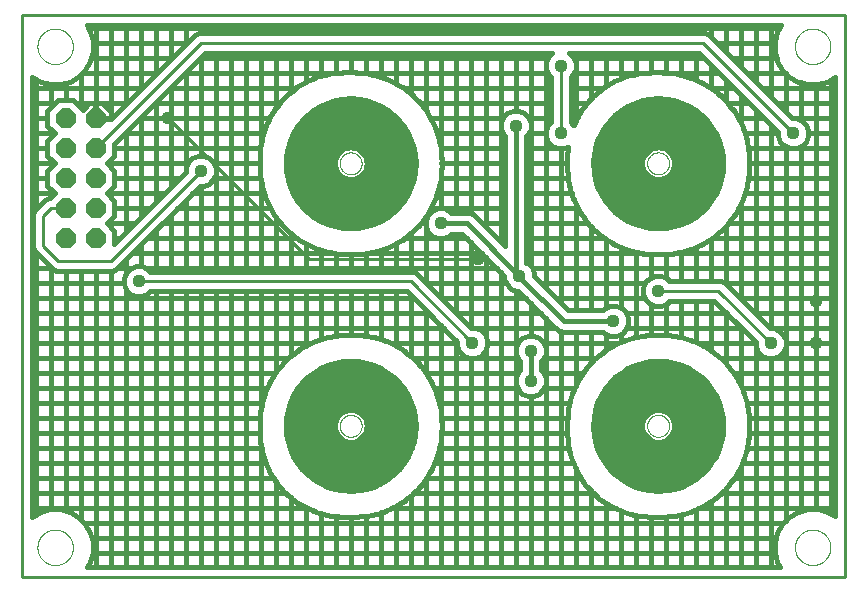
<source format=gtl>
G75*
%MOIN*%
%OFA0B0*%
%FSLAX25Y25*%
%IPPOS*%
%LPD*%
%AMOC8*
5,1,8,0,0,1.08239X$1,22.5*
%
%ADD10C,0.01000*%
%ADD11C,0.00000*%
%ADD12OC8,0.06600*%
%ADD13C,0.05000*%
%ADD14C,0.01600*%
%ADD15C,0.04400*%
D10*
X0028300Y0031800D02*
X0028300Y0219261D01*
X0302501Y0219261D01*
X0302501Y0031800D01*
X0028300Y0031800D01*
X0117230Y0074499D02*
X0116439Y0077035D01*
X0115960Y0079648D01*
X0115800Y0082300D01*
X0132800Y0082300D01*
X0132876Y0081432D01*
X0133102Y0080590D01*
X0133470Y0079800D01*
X0133970Y0079086D01*
X0134586Y0078470D01*
X0135300Y0077970D01*
X0136090Y0077602D01*
X0136932Y0077376D01*
X0137800Y0077300D01*
X0137800Y0060300D01*
X0135148Y0060460D01*
X0132535Y0060939D01*
X0129999Y0061730D01*
X0127576Y0062820D01*
X0125303Y0064194D01*
X0123211Y0065833D01*
X0121333Y0067711D01*
X0119694Y0069803D01*
X0118320Y0072076D01*
X0117230Y0074499D01*
X0117164Y0074711D02*
X0137800Y0074711D01*
X0158436Y0074711D01*
X0158370Y0074499D02*
X0157280Y0072076D01*
X0155906Y0069803D01*
X0154267Y0067711D01*
X0152389Y0065833D01*
X0150297Y0064194D01*
X0148024Y0062820D01*
X0145601Y0061730D01*
X0143065Y0060939D01*
X0140452Y0060460D01*
X0137800Y0060300D01*
X0137800Y0077300D01*
X0138668Y0077376D01*
X0139510Y0077602D01*
X0140300Y0077970D01*
X0141014Y0078470D01*
X0141630Y0079086D01*
X0142130Y0079800D01*
X0142498Y0080590D01*
X0142724Y0081432D01*
X0142800Y0082300D01*
X0159800Y0082300D01*
X0159640Y0079648D01*
X0159161Y0077035D01*
X0158370Y0074499D01*
X0158016Y0073712D02*
X0137800Y0073712D01*
X0117584Y0073712D01*
X0118033Y0072714D02*
X0137800Y0072714D01*
X0157567Y0072714D01*
X0157062Y0071715D02*
X0137800Y0071715D01*
X0118538Y0071715D01*
X0119142Y0070717D02*
X0137800Y0070717D01*
X0156458Y0070717D01*
X0155839Y0069718D02*
X0137800Y0069718D01*
X0119761Y0069718D01*
X0120543Y0068720D02*
X0137800Y0068720D01*
X0155057Y0068720D01*
X0154275Y0067721D02*
X0137800Y0067721D01*
X0121325Y0067721D01*
X0122321Y0066723D02*
X0137800Y0066723D01*
X0153279Y0066723D01*
X0152250Y0065724D02*
X0137800Y0065724D01*
X0123350Y0065724D01*
X0124625Y0064726D02*
X0137800Y0064726D01*
X0150975Y0064726D01*
X0149524Y0063727D02*
X0137800Y0063727D01*
X0126076Y0063727D01*
X0127779Y0062729D02*
X0137800Y0062729D01*
X0147821Y0062729D01*
X0145602Y0061730D02*
X0137800Y0061730D01*
X0129998Y0061730D01*
X0133669Y0060732D02*
X0137800Y0060732D01*
X0141931Y0060732D01*
X0137800Y0075709D02*
X0116852Y0075709D01*
X0116541Y0076708D02*
X0137800Y0076708D01*
X0159059Y0076708D01*
X0159284Y0077706D02*
X0139735Y0077706D01*
X0141249Y0078705D02*
X0159467Y0078705D01*
X0159643Y0079703D02*
X0142062Y0079703D01*
X0142528Y0080702D02*
X0159703Y0080702D01*
X0159764Y0081700D02*
X0142748Y0081700D01*
X0142800Y0082300D02*
X0142724Y0083168D01*
X0142498Y0084010D01*
X0142130Y0084800D01*
X0141630Y0085514D01*
X0141014Y0086130D01*
X0140300Y0086630D01*
X0139510Y0086998D01*
X0138668Y0087224D01*
X0137800Y0087300D01*
X0137800Y0104300D01*
X0135148Y0104140D01*
X0132535Y0103661D01*
X0129999Y0102870D01*
X0127576Y0101780D01*
X0125303Y0100406D01*
X0123211Y0098767D01*
X0121333Y0096889D01*
X0119694Y0094797D01*
X0118320Y0092524D01*
X0117230Y0090101D01*
X0116439Y0087565D01*
X0115960Y0084952D01*
X0115800Y0082300D01*
X0132800Y0082300D01*
X0132876Y0083168D01*
X0133102Y0084010D01*
X0133470Y0084800D01*
X0133970Y0085514D01*
X0134586Y0086130D01*
X0135300Y0086630D01*
X0136090Y0086998D01*
X0136932Y0087224D01*
X0137800Y0087300D01*
X0137800Y0104300D01*
X0140452Y0104140D01*
X0143065Y0103661D01*
X0145601Y0102870D01*
X0148024Y0101780D01*
X0150297Y0100406D01*
X0152389Y0098767D01*
X0154267Y0096889D01*
X0155906Y0094797D01*
X0157280Y0092524D01*
X0158370Y0090101D01*
X0159161Y0087565D01*
X0159640Y0084952D01*
X0159800Y0082300D01*
X0142800Y0082300D01*
X0142765Y0082699D02*
X0159776Y0082699D01*
X0159715Y0083697D02*
X0142582Y0083697D01*
X0142179Y0084696D02*
X0159655Y0084696D01*
X0159504Y0085694D02*
X0141450Y0085694D01*
X0140166Y0086693D02*
X0159321Y0086693D01*
X0159121Y0087691D02*
X0137800Y0087691D01*
X0116479Y0087691D01*
X0116279Y0086693D02*
X0135434Y0086693D01*
X0134150Y0085694D02*
X0116096Y0085694D01*
X0115945Y0084696D02*
X0133421Y0084696D01*
X0133018Y0083697D02*
X0115885Y0083697D01*
X0115824Y0082699D02*
X0132835Y0082699D01*
X0132852Y0081700D02*
X0115836Y0081700D01*
X0115897Y0080702D02*
X0133072Y0080702D01*
X0133538Y0079703D02*
X0115957Y0079703D01*
X0116133Y0078705D02*
X0134351Y0078705D01*
X0135865Y0077706D02*
X0116316Y0077706D01*
X0116790Y0088690D02*
X0137800Y0088690D01*
X0158810Y0088690D01*
X0158499Y0089688D02*
X0137800Y0089688D01*
X0117101Y0089688D01*
X0117493Y0090687D02*
X0137800Y0090687D01*
X0158107Y0090687D01*
X0157657Y0091685D02*
X0137800Y0091685D01*
X0117943Y0091685D01*
X0118417Y0092684D02*
X0137800Y0092684D01*
X0157183Y0092684D01*
X0156580Y0093682D02*
X0137800Y0093682D01*
X0119020Y0093682D01*
X0119624Y0094681D02*
X0137800Y0094681D01*
X0155976Y0094681D01*
X0155215Y0095679D02*
X0137800Y0095679D01*
X0120385Y0095679D01*
X0121168Y0096678D02*
X0137800Y0096678D01*
X0154432Y0096678D01*
X0153479Y0097676D02*
X0137800Y0097676D01*
X0122121Y0097676D01*
X0123119Y0098675D02*
X0137800Y0098675D01*
X0152481Y0098675D01*
X0151232Y0099673D02*
X0137800Y0099673D01*
X0124368Y0099673D01*
X0125743Y0100672D02*
X0137800Y0100672D01*
X0149857Y0100672D01*
X0148205Y0101670D02*
X0137800Y0101670D01*
X0127395Y0101670D01*
X0129551Y0102669D02*
X0137800Y0102669D01*
X0146049Y0102669D01*
X0143028Y0103668D02*
X0137800Y0103668D01*
X0132572Y0103668D01*
X0137800Y0075709D02*
X0158748Y0075709D01*
X0178300Y0109925D02*
X0157800Y0130425D01*
X0067175Y0130425D01*
X0057800Y0137300D02*
X0087800Y0167300D01*
X0076800Y0184800D02*
X0123800Y0137800D01*
X0180300Y0137800D01*
X0155346Y0156589D02*
X0137800Y0156589D01*
X0120254Y0156589D01*
X0119694Y0157303D02*
X0118320Y0159576D01*
X0117230Y0161999D01*
X0116439Y0164535D01*
X0115960Y0167148D01*
X0115800Y0169800D01*
X0132800Y0169800D01*
X0132876Y0170668D01*
X0133102Y0171510D01*
X0133470Y0172300D01*
X0133970Y0173014D01*
X0134586Y0173630D01*
X0135300Y0174130D01*
X0136090Y0174498D01*
X0136932Y0174724D01*
X0137800Y0174800D01*
X0137800Y0191800D01*
X0135148Y0191640D01*
X0132535Y0191161D01*
X0129999Y0190370D01*
X0127576Y0189280D01*
X0125303Y0187906D01*
X0123211Y0186267D01*
X0121333Y0184389D01*
X0119694Y0182297D01*
X0118320Y0180024D01*
X0117230Y0177601D01*
X0116439Y0175065D01*
X0115960Y0172452D01*
X0115800Y0169800D01*
X0132800Y0169800D01*
X0132876Y0168932D01*
X0133102Y0168090D01*
X0133470Y0167300D01*
X0133970Y0166586D01*
X0134586Y0165970D01*
X0135300Y0165470D01*
X0136090Y0165102D01*
X0136932Y0164876D01*
X0137800Y0164800D01*
X0137800Y0147800D01*
X0135148Y0147960D01*
X0132535Y0148439D01*
X0129999Y0149230D01*
X0127576Y0150320D01*
X0125303Y0151694D01*
X0123211Y0153333D01*
X0121333Y0155211D01*
X0119694Y0157303D01*
X0119522Y0157587D02*
X0137800Y0157587D01*
X0156078Y0157587D01*
X0155906Y0157303D02*
X0154267Y0155211D01*
X0152389Y0153333D01*
X0150297Y0151694D01*
X0148024Y0150320D01*
X0145601Y0149230D01*
X0143065Y0148439D01*
X0140452Y0147960D01*
X0137800Y0147800D01*
X0137800Y0164800D01*
X0138668Y0164876D01*
X0139510Y0165102D01*
X0140300Y0165470D01*
X0141014Y0165970D01*
X0141630Y0166586D01*
X0142130Y0167300D01*
X0142498Y0168090D01*
X0142724Y0168932D01*
X0142800Y0169800D01*
X0159800Y0169800D01*
X0159640Y0172452D01*
X0159161Y0175065D01*
X0158370Y0177601D01*
X0157280Y0180024D01*
X0155906Y0182297D01*
X0154267Y0184389D01*
X0152389Y0186267D01*
X0150297Y0187906D01*
X0148024Y0189280D01*
X0145601Y0190370D01*
X0143065Y0191161D01*
X0140452Y0191640D01*
X0137800Y0191800D01*
X0137800Y0174800D01*
X0138668Y0174724D01*
X0139510Y0174498D01*
X0140300Y0174130D01*
X0141014Y0173630D01*
X0141630Y0173014D01*
X0142130Y0172300D01*
X0142498Y0171510D01*
X0142724Y0170668D01*
X0142800Y0169800D01*
X0159800Y0169800D01*
X0159640Y0167148D01*
X0159161Y0164535D01*
X0158370Y0161999D01*
X0157280Y0159576D01*
X0155906Y0157303D01*
X0156681Y0158586D02*
X0137800Y0158586D01*
X0118919Y0158586D01*
X0118316Y0159584D02*
X0137800Y0159584D01*
X0157284Y0159584D01*
X0157733Y0160583D02*
X0137800Y0160583D01*
X0117867Y0160583D01*
X0117418Y0161581D02*
X0137800Y0161581D01*
X0158182Y0161581D01*
X0158551Y0162580D02*
X0137800Y0162580D01*
X0117049Y0162580D01*
X0116737Y0163578D02*
X0137800Y0163578D01*
X0158863Y0163578D01*
X0159168Y0164577D02*
X0137800Y0164577D01*
X0116432Y0164577D01*
X0116249Y0165575D02*
X0135150Y0165575D01*
X0133982Y0166574D02*
X0116066Y0166574D01*
X0115935Y0167572D02*
X0133343Y0167572D01*
X0132973Y0168571D02*
X0115874Y0168571D01*
X0115814Y0169569D02*
X0132820Y0169569D01*
X0132867Y0170568D02*
X0115846Y0170568D01*
X0115907Y0171566D02*
X0133128Y0171566D01*
X0133655Y0172565D02*
X0115981Y0172565D01*
X0116164Y0173563D02*
X0134519Y0173563D01*
X0136326Y0174562D02*
X0116347Y0174562D01*
X0116594Y0175560D02*
X0137800Y0175560D01*
X0159006Y0175560D01*
X0159253Y0174562D02*
X0139274Y0174562D01*
X0141081Y0173563D02*
X0159436Y0173563D01*
X0159619Y0172565D02*
X0141945Y0172565D01*
X0142472Y0171566D02*
X0159693Y0171566D01*
X0159754Y0170568D02*
X0142733Y0170568D01*
X0142780Y0169569D02*
X0159786Y0169569D01*
X0159726Y0168571D02*
X0142627Y0168571D01*
X0142257Y0167572D02*
X0159665Y0167572D01*
X0159534Y0166574D02*
X0141618Y0166574D01*
X0140450Y0165575D02*
X0159351Y0165575D01*
X0154564Y0155590D02*
X0137800Y0155590D01*
X0121036Y0155590D01*
X0121952Y0154592D02*
X0137800Y0154592D01*
X0153648Y0154592D01*
X0152649Y0153593D02*
X0137800Y0153593D01*
X0122951Y0153593D01*
X0124154Y0152595D02*
X0137800Y0152595D01*
X0151446Y0152595D01*
X0150135Y0151596D02*
X0137800Y0151596D01*
X0125465Y0151596D01*
X0127117Y0150598D02*
X0137800Y0150598D01*
X0148483Y0150598D01*
X0146422Y0149599D02*
X0137800Y0149599D01*
X0129178Y0149599D01*
X0132018Y0148601D02*
X0137800Y0148601D01*
X0143582Y0148601D01*
X0137800Y0176559D02*
X0116905Y0176559D01*
X0117216Y0177557D02*
X0137800Y0177557D01*
X0158384Y0177557D01*
X0158695Y0176559D02*
X0137800Y0176559D01*
X0137800Y0178556D02*
X0117659Y0178556D01*
X0118109Y0179554D02*
X0137800Y0179554D01*
X0157491Y0179554D01*
X0157941Y0178556D02*
X0137800Y0178556D01*
X0137800Y0180553D02*
X0118640Y0180553D01*
X0119243Y0181551D02*
X0137800Y0181551D01*
X0156357Y0181551D01*
X0156960Y0180553D02*
X0137800Y0180553D01*
X0137800Y0182550D02*
X0119892Y0182550D01*
X0120674Y0183548D02*
X0137800Y0183548D01*
X0154926Y0183548D01*
X0155708Y0182550D02*
X0137800Y0182550D01*
X0137800Y0184547D02*
X0121491Y0184547D01*
X0122490Y0185545D02*
X0137800Y0185545D01*
X0153110Y0185545D01*
X0154109Y0184547D02*
X0137800Y0184547D01*
X0137800Y0186544D02*
X0123565Y0186544D01*
X0124839Y0187542D02*
X0137800Y0187542D01*
X0150761Y0187542D01*
X0152036Y0186544D02*
X0137800Y0186544D01*
X0137800Y0188541D02*
X0126354Y0188541D01*
X0128153Y0189539D02*
X0137800Y0189539D01*
X0147447Y0189539D01*
X0149246Y0188541D02*
X0137800Y0188541D01*
X0137800Y0190538D02*
X0130537Y0190538D01*
X0134586Y0191537D02*
X0137800Y0191537D01*
X0141014Y0191537D01*
X0137800Y0190538D02*
X0145063Y0190538D01*
X0087800Y0209800D02*
X0255300Y0209800D01*
X0285300Y0179800D01*
X0261661Y0175065D02*
X0262140Y0172452D01*
X0262300Y0169800D01*
X0245300Y0169800D01*
X0245224Y0170668D01*
X0244998Y0171510D01*
X0244630Y0172300D01*
X0244130Y0173014D01*
X0243514Y0173630D01*
X0242800Y0174130D01*
X0242010Y0174498D01*
X0241168Y0174724D01*
X0240300Y0174800D01*
X0240300Y0191800D01*
X0237648Y0191640D01*
X0235035Y0191161D01*
X0232499Y0190370D01*
X0230076Y0189280D01*
X0227803Y0187906D01*
X0225711Y0186267D01*
X0223833Y0184389D01*
X0222194Y0182297D01*
X0220820Y0180024D01*
X0219730Y0177601D01*
X0218939Y0175065D01*
X0218460Y0172452D01*
X0218300Y0169800D01*
X0235300Y0169800D01*
X0235376Y0170668D01*
X0235602Y0171510D01*
X0235970Y0172300D01*
X0236470Y0173014D01*
X0237086Y0173630D01*
X0237800Y0174130D01*
X0238590Y0174498D01*
X0239432Y0174724D01*
X0240300Y0174800D01*
X0240300Y0191800D01*
X0242952Y0191640D01*
X0245565Y0191161D01*
X0248101Y0190370D01*
X0250524Y0189280D01*
X0252797Y0187906D01*
X0254889Y0186267D01*
X0256767Y0184389D01*
X0258406Y0182297D01*
X0259780Y0180024D01*
X0260870Y0177601D01*
X0261661Y0175065D01*
X0261753Y0174562D02*
X0241774Y0174562D01*
X0240300Y0175560D02*
X0219094Y0175560D01*
X0218847Y0174562D02*
X0238826Y0174562D01*
X0240300Y0175560D02*
X0261506Y0175560D01*
X0261195Y0176559D02*
X0240300Y0176559D01*
X0219405Y0176559D01*
X0219716Y0177557D02*
X0240300Y0177557D01*
X0260884Y0177557D01*
X0260441Y0178556D02*
X0240300Y0178556D01*
X0220159Y0178556D01*
X0220609Y0179554D02*
X0240300Y0179554D01*
X0259991Y0179554D01*
X0259460Y0180553D02*
X0240300Y0180553D01*
X0221140Y0180553D01*
X0221743Y0181551D02*
X0240300Y0181551D01*
X0258857Y0181551D01*
X0258208Y0182550D02*
X0240300Y0182550D01*
X0222392Y0182550D01*
X0223174Y0183548D02*
X0240300Y0183548D01*
X0257426Y0183548D01*
X0256609Y0184547D02*
X0240300Y0184547D01*
X0223991Y0184547D01*
X0224990Y0185545D02*
X0240300Y0185545D01*
X0255610Y0185545D01*
X0254536Y0186544D02*
X0240300Y0186544D01*
X0226065Y0186544D01*
X0227339Y0187542D02*
X0240300Y0187542D01*
X0253261Y0187542D01*
X0251746Y0188541D02*
X0240300Y0188541D01*
X0228854Y0188541D01*
X0230653Y0189539D02*
X0240300Y0189539D01*
X0249947Y0189539D01*
X0247563Y0190538D02*
X0240300Y0190538D01*
X0233037Y0190538D01*
X0237086Y0191537D02*
X0240300Y0191537D01*
X0243514Y0191537D01*
X0243581Y0173563D02*
X0261936Y0173563D01*
X0262119Y0172565D02*
X0244445Y0172565D01*
X0244972Y0171566D02*
X0262193Y0171566D01*
X0262254Y0170568D02*
X0245233Y0170568D01*
X0245300Y0169800D02*
X0262300Y0169800D01*
X0262140Y0167148D01*
X0261661Y0164535D01*
X0260870Y0161999D01*
X0259780Y0159576D01*
X0258406Y0157303D01*
X0256767Y0155211D01*
X0254889Y0153333D01*
X0252797Y0151694D01*
X0250524Y0150320D01*
X0248101Y0149230D01*
X0245565Y0148439D01*
X0242952Y0147960D01*
X0240300Y0147800D01*
X0240300Y0164800D01*
X0239432Y0164876D01*
X0238590Y0165102D01*
X0237800Y0165470D01*
X0237086Y0165970D01*
X0236470Y0166586D01*
X0235970Y0167300D01*
X0235602Y0168090D01*
X0235376Y0168932D01*
X0235300Y0169800D01*
X0218300Y0169800D01*
X0218460Y0167148D01*
X0218939Y0164535D01*
X0219730Y0161999D01*
X0220820Y0159576D01*
X0222194Y0157303D01*
X0223833Y0155211D01*
X0225711Y0153333D01*
X0227803Y0151694D01*
X0230076Y0150320D01*
X0232499Y0149230D01*
X0235035Y0148439D01*
X0237648Y0147960D01*
X0240300Y0147800D01*
X0240300Y0164800D01*
X0241168Y0164876D01*
X0242010Y0165102D01*
X0242800Y0165470D01*
X0243514Y0165970D01*
X0244130Y0166586D01*
X0244630Y0167300D01*
X0244998Y0168090D01*
X0245224Y0168932D01*
X0245300Y0169800D01*
X0245280Y0169569D02*
X0262286Y0169569D01*
X0262226Y0168571D02*
X0245127Y0168571D01*
X0244757Y0167572D02*
X0262165Y0167572D01*
X0262034Y0166574D02*
X0244118Y0166574D01*
X0242950Y0165575D02*
X0261851Y0165575D01*
X0261668Y0164577D02*
X0240300Y0164577D01*
X0218932Y0164577D01*
X0218749Y0165575D02*
X0237650Y0165575D01*
X0236482Y0166574D02*
X0218566Y0166574D01*
X0218435Y0167572D02*
X0235843Y0167572D01*
X0235473Y0168571D02*
X0218374Y0168571D01*
X0218314Y0169569D02*
X0235320Y0169569D01*
X0235367Y0170568D02*
X0218346Y0170568D01*
X0218407Y0171566D02*
X0235628Y0171566D01*
X0236155Y0172565D02*
X0218481Y0172565D01*
X0218664Y0173563D02*
X0237019Y0173563D01*
X0240300Y0163578D02*
X0219237Y0163578D01*
X0219549Y0162580D02*
X0240300Y0162580D01*
X0261051Y0162580D01*
X0261363Y0163578D02*
X0240300Y0163578D01*
X0240300Y0161581D02*
X0219918Y0161581D01*
X0220367Y0160583D02*
X0240300Y0160583D01*
X0260233Y0160583D01*
X0260682Y0161581D02*
X0240300Y0161581D01*
X0240300Y0159584D02*
X0220816Y0159584D01*
X0221419Y0158586D02*
X0240300Y0158586D01*
X0259181Y0158586D01*
X0259784Y0159584D02*
X0240300Y0159584D01*
X0240300Y0157587D02*
X0222022Y0157587D01*
X0222754Y0156589D02*
X0240300Y0156589D01*
X0257846Y0156589D01*
X0258578Y0157587D02*
X0240300Y0157587D01*
X0240300Y0155590D02*
X0223536Y0155590D01*
X0224452Y0154592D02*
X0240300Y0154592D01*
X0256148Y0154592D01*
X0257064Y0155590D02*
X0240300Y0155590D01*
X0240300Y0153593D02*
X0225451Y0153593D01*
X0226654Y0152595D02*
X0240300Y0152595D01*
X0253946Y0152595D01*
X0255149Y0153593D02*
X0240300Y0153593D01*
X0240300Y0151596D02*
X0227965Y0151596D01*
X0229617Y0150598D02*
X0240300Y0150598D01*
X0250983Y0150598D01*
X0252635Y0151596D02*
X0240300Y0151596D01*
X0240300Y0149599D02*
X0231678Y0149599D01*
X0234518Y0148601D02*
X0240300Y0148601D01*
X0246082Y0148601D01*
X0248922Y0149599D02*
X0240300Y0149599D01*
X0240300Y0127300D02*
X0260300Y0127300D01*
X0277800Y0109800D01*
X0292800Y0109800D02*
X0292800Y0123800D01*
X0256932Y0096678D02*
X0240300Y0096678D01*
X0223668Y0096678D01*
X0223833Y0096889D02*
X0222194Y0094797D01*
X0220820Y0092524D01*
X0219730Y0090101D01*
X0218939Y0087565D01*
X0218460Y0084952D01*
X0218300Y0082300D01*
X0235300Y0082300D01*
X0235376Y0081432D01*
X0235602Y0080590D01*
X0235970Y0079800D01*
X0236470Y0079086D01*
X0237086Y0078470D01*
X0237800Y0077970D01*
X0238590Y0077602D01*
X0239432Y0077376D01*
X0240300Y0077300D01*
X0240300Y0060300D01*
X0237648Y0060460D01*
X0235035Y0060939D01*
X0232499Y0061730D01*
X0230076Y0062820D01*
X0227803Y0064194D01*
X0225711Y0065833D01*
X0223833Y0067711D01*
X0222194Y0069803D01*
X0220820Y0072076D01*
X0219730Y0074499D01*
X0218939Y0077035D01*
X0218460Y0079648D01*
X0218300Y0082300D01*
X0235300Y0082300D01*
X0235376Y0083168D01*
X0235602Y0084010D01*
X0235970Y0084800D01*
X0236470Y0085514D01*
X0237086Y0086130D01*
X0237800Y0086630D01*
X0238590Y0086998D01*
X0239432Y0087224D01*
X0240300Y0087300D01*
X0240300Y0104300D01*
X0237648Y0104140D01*
X0235035Y0103661D01*
X0232499Y0102870D01*
X0230076Y0101780D01*
X0227803Y0100406D01*
X0225711Y0098767D01*
X0223833Y0096889D01*
X0224621Y0097676D02*
X0240300Y0097676D01*
X0255979Y0097676D01*
X0256767Y0096889D02*
X0258406Y0094797D01*
X0259780Y0092524D01*
X0260870Y0090101D01*
X0261661Y0087565D01*
X0262140Y0084952D01*
X0262300Y0082300D01*
X0245300Y0082300D01*
X0245224Y0081432D01*
X0244998Y0080590D01*
X0244630Y0079800D01*
X0244130Y0079086D01*
X0243514Y0078470D01*
X0242800Y0077970D01*
X0242010Y0077602D01*
X0241168Y0077376D01*
X0240300Y0077300D01*
X0240300Y0060300D01*
X0242952Y0060460D01*
X0245565Y0060939D01*
X0248101Y0061730D01*
X0250524Y0062820D01*
X0252797Y0064194D01*
X0254889Y0065833D01*
X0256767Y0067711D01*
X0258406Y0069803D01*
X0259780Y0072076D01*
X0260870Y0074499D01*
X0261661Y0077035D01*
X0262140Y0079648D01*
X0262300Y0082300D01*
X0245300Y0082300D01*
X0245224Y0083168D01*
X0244998Y0084010D01*
X0244630Y0084800D01*
X0244130Y0085514D01*
X0243514Y0086130D01*
X0242800Y0086630D01*
X0242010Y0086998D01*
X0241168Y0087224D01*
X0240300Y0087300D01*
X0240300Y0104300D01*
X0242952Y0104140D01*
X0245565Y0103661D01*
X0248101Y0102870D01*
X0250524Y0101780D01*
X0252797Y0100406D01*
X0254889Y0098767D01*
X0256767Y0096889D01*
X0257715Y0095679D02*
X0240300Y0095679D01*
X0222885Y0095679D01*
X0222124Y0094681D02*
X0240300Y0094681D01*
X0258476Y0094681D01*
X0259080Y0093682D02*
X0240300Y0093682D01*
X0221520Y0093682D01*
X0220917Y0092684D02*
X0240300Y0092684D01*
X0259683Y0092684D01*
X0260157Y0091685D02*
X0240300Y0091685D01*
X0220443Y0091685D01*
X0219993Y0090687D02*
X0240300Y0090687D01*
X0260607Y0090687D01*
X0260999Y0089688D02*
X0240300Y0089688D01*
X0219601Y0089688D01*
X0219290Y0088690D02*
X0240300Y0088690D01*
X0261310Y0088690D01*
X0261621Y0087691D02*
X0240300Y0087691D01*
X0218979Y0087691D01*
X0218779Y0086693D02*
X0237934Y0086693D01*
X0236650Y0085694D02*
X0218596Y0085694D01*
X0218445Y0084696D02*
X0235921Y0084696D01*
X0235518Y0083697D02*
X0218385Y0083697D01*
X0218324Y0082699D02*
X0235335Y0082699D01*
X0235352Y0081700D02*
X0218336Y0081700D01*
X0218397Y0080702D02*
X0235572Y0080702D01*
X0236038Y0079703D02*
X0218457Y0079703D01*
X0218633Y0078705D02*
X0236851Y0078705D01*
X0238365Y0077706D02*
X0218816Y0077706D01*
X0219041Y0076708D02*
X0240300Y0076708D01*
X0261559Y0076708D01*
X0261784Y0077706D02*
X0242235Y0077706D01*
X0243749Y0078705D02*
X0261967Y0078705D01*
X0262143Y0079703D02*
X0244562Y0079703D01*
X0245028Y0080702D02*
X0262203Y0080702D01*
X0262264Y0081700D02*
X0245248Y0081700D01*
X0245265Y0082699D02*
X0262276Y0082699D01*
X0262215Y0083697D02*
X0245082Y0083697D01*
X0244679Y0084696D02*
X0262155Y0084696D01*
X0262004Y0085694D02*
X0243950Y0085694D01*
X0242666Y0086693D02*
X0261821Y0086693D01*
X0261248Y0075709D02*
X0240300Y0075709D01*
X0219352Y0075709D01*
X0219664Y0074711D02*
X0240300Y0074711D01*
X0260936Y0074711D01*
X0260516Y0073712D02*
X0240300Y0073712D01*
X0220084Y0073712D01*
X0220533Y0072714D02*
X0240300Y0072714D01*
X0260067Y0072714D01*
X0259562Y0071715D02*
X0240300Y0071715D01*
X0221038Y0071715D01*
X0221642Y0070717D02*
X0240300Y0070717D01*
X0258958Y0070717D01*
X0258339Y0069718D02*
X0240300Y0069718D01*
X0222261Y0069718D01*
X0223043Y0068720D02*
X0240300Y0068720D01*
X0257557Y0068720D01*
X0256775Y0067721D02*
X0240300Y0067721D01*
X0223825Y0067721D01*
X0224821Y0066723D02*
X0240300Y0066723D01*
X0255779Y0066723D01*
X0254750Y0065724D02*
X0240300Y0065724D01*
X0225850Y0065724D01*
X0227125Y0064726D02*
X0240300Y0064726D01*
X0253475Y0064726D01*
X0252024Y0063727D02*
X0240300Y0063727D01*
X0228576Y0063727D01*
X0230279Y0062729D02*
X0240300Y0062729D01*
X0250321Y0062729D01*
X0248102Y0061730D02*
X0240300Y0061730D01*
X0232498Y0061730D01*
X0236169Y0060732D02*
X0240300Y0060732D01*
X0244431Y0060732D01*
X0240300Y0098675D02*
X0225619Y0098675D01*
X0226868Y0099673D02*
X0240300Y0099673D01*
X0253732Y0099673D01*
X0254981Y0098675D02*
X0240300Y0098675D01*
X0240300Y0100672D02*
X0228243Y0100672D01*
X0229895Y0101670D02*
X0240300Y0101670D01*
X0250705Y0101670D01*
X0252357Y0100672D02*
X0240300Y0100672D01*
X0240300Y0102669D02*
X0232051Y0102669D01*
X0235072Y0103668D02*
X0240300Y0103668D01*
X0245528Y0103668D01*
X0248549Y0102669D02*
X0240300Y0102669D01*
X0207800Y0179800D02*
X0207800Y0202300D01*
X0087800Y0209800D02*
X0052800Y0174800D01*
X0042800Y0154800D02*
X0037800Y0154800D01*
X0035300Y0152300D01*
X0035300Y0142300D01*
X0040300Y0137300D01*
X0057800Y0137300D01*
D11*
X0134150Y0169800D02*
X0134152Y0169921D01*
X0134158Y0170041D01*
X0134168Y0170162D01*
X0134182Y0170281D01*
X0134200Y0170401D01*
X0134222Y0170519D01*
X0134247Y0170637D01*
X0134277Y0170754D01*
X0134310Y0170870D01*
X0134348Y0170985D01*
X0134389Y0171099D01*
X0134434Y0171211D01*
X0134482Y0171321D01*
X0134534Y0171430D01*
X0134590Y0171537D01*
X0134649Y0171642D01*
X0134712Y0171746D01*
X0134778Y0171847D01*
X0134847Y0171945D01*
X0134920Y0172042D01*
X0134995Y0172136D01*
X0135074Y0172227D01*
X0135156Y0172316D01*
X0135240Y0172402D01*
X0135328Y0172485D01*
X0135418Y0172566D01*
X0135511Y0172643D01*
X0135606Y0172717D01*
X0135704Y0172788D01*
X0135804Y0172856D01*
X0135906Y0172920D01*
X0136010Y0172981D01*
X0136116Y0173038D01*
X0136224Y0173092D01*
X0136334Y0173143D01*
X0136445Y0173189D01*
X0136558Y0173232D01*
X0136672Y0173271D01*
X0136787Y0173307D01*
X0136904Y0173338D01*
X0137021Y0173366D01*
X0137140Y0173390D01*
X0137259Y0173410D01*
X0137378Y0173426D01*
X0137499Y0173438D01*
X0137619Y0173446D01*
X0137740Y0173450D01*
X0137860Y0173450D01*
X0137981Y0173446D01*
X0138101Y0173438D01*
X0138222Y0173426D01*
X0138341Y0173410D01*
X0138460Y0173390D01*
X0138579Y0173366D01*
X0138696Y0173338D01*
X0138813Y0173307D01*
X0138928Y0173271D01*
X0139042Y0173232D01*
X0139155Y0173189D01*
X0139266Y0173143D01*
X0139376Y0173092D01*
X0139484Y0173038D01*
X0139590Y0172981D01*
X0139694Y0172920D01*
X0139796Y0172856D01*
X0139896Y0172788D01*
X0139994Y0172717D01*
X0140089Y0172643D01*
X0140182Y0172566D01*
X0140272Y0172485D01*
X0140360Y0172402D01*
X0140444Y0172316D01*
X0140526Y0172227D01*
X0140605Y0172136D01*
X0140680Y0172042D01*
X0140753Y0171945D01*
X0140822Y0171847D01*
X0140888Y0171746D01*
X0140951Y0171642D01*
X0141010Y0171537D01*
X0141066Y0171430D01*
X0141118Y0171321D01*
X0141166Y0171211D01*
X0141211Y0171099D01*
X0141252Y0170985D01*
X0141290Y0170870D01*
X0141323Y0170754D01*
X0141353Y0170637D01*
X0141378Y0170519D01*
X0141400Y0170401D01*
X0141418Y0170281D01*
X0141432Y0170162D01*
X0141442Y0170041D01*
X0141448Y0169921D01*
X0141450Y0169800D01*
X0141448Y0169679D01*
X0141442Y0169559D01*
X0141432Y0169438D01*
X0141418Y0169319D01*
X0141400Y0169199D01*
X0141378Y0169081D01*
X0141353Y0168963D01*
X0141323Y0168846D01*
X0141290Y0168730D01*
X0141252Y0168615D01*
X0141211Y0168501D01*
X0141166Y0168389D01*
X0141118Y0168279D01*
X0141066Y0168170D01*
X0141010Y0168063D01*
X0140951Y0167958D01*
X0140888Y0167854D01*
X0140822Y0167753D01*
X0140753Y0167655D01*
X0140680Y0167558D01*
X0140605Y0167464D01*
X0140526Y0167373D01*
X0140444Y0167284D01*
X0140360Y0167198D01*
X0140272Y0167115D01*
X0140182Y0167034D01*
X0140089Y0166957D01*
X0139994Y0166883D01*
X0139896Y0166812D01*
X0139796Y0166744D01*
X0139694Y0166680D01*
X0139590Y0166619D01*
X0139484Y0166562D01*
X0139376Y0166508D01*
X0139266Y0166457D01*
X0139155Y0166411D01*
X0139042Y0166368D01*
X0138928Y0166329D01*
X0138813Y0166293D01*
X0138696Y0166262D01*
X0138579Y0166234D01*
X0138460Y0166210D01*
X0138341Y0166190D01*
X0138222Y0166174D01*
X0138101Y0166162D01*
X0137981Y0166154D01*
X0137860Y0166150D01*
X0137740Y0166150D01*
X0137619Y0166154D01*
X0137499Y0166162D01*
X0137378Y0166174D01*
X0137259Y0166190D01*
X0137140Y0166210D01*
X0137021Y0166234D01*
X0136904Y0166262D01*
X0136787Y0166293D01*
X0136672Y0166329D01*
X0136558Y0166368D01*
X0136445Y0166411D01*
X0136334Y0166457D01*
X0136224Y0166508D01*
X0136116Y0166562D01*
X0136010Y0166619D01*
X0135906Y0166680D01*
X0135804Y0166744D01*
X0135704Y0166812D01*
X0135606Y0166883D01*
X0135511Y0166957D01*
X0135418Y0167034D01*
X0135328Y0167115D01*
X0135240Y0167198D01*
X0135156Y0167284D01*
X0135074Y0167373D01*
X0134995Y0167464D01*
X0134920Y0167558D01*
X0134847Y0167655D01*
X0134778Y0167753D01*
X0134712Y0167854D01*
X0134649Y0167958D01*
X0134590Y0168063D01*
X0134534Y0168170D01*
X0134482Y0168279D01*
X0134434Y0168389D01*
X0134389Y0168501D01*
X0134348Y0168615D01*
X0134310Y0168730D01*
X0134277Y0168846D01*
X0134247Y0168963D01*
X0134222Y0169081D01*
X0134200Y0169199D01*
X0134182Y0169319D01*
X0134168Y0169438D01*
X0134158Y0169559D01*
X0134152Y0169679D01*
X0134150Y0169800D01*
X0033394Y0208800D02*
X0033396Y0208953D01*
X0033402Y0209107D01*
X0033412Y0209260D01*
X0033426Y0209412D01*
X0033444Y0209565D01*
X0033466Y0209716D01*
X0033491Y0209867D01*
X0033521Y0210018D01*
X0033555Y0210168D01*
X0033592Y0210316D01*
X0033633Y0210464D01*
X0033678Y0210610D01*
X0033727Y0210756D01*
X0033780Y0210900D01*
X0033836Y0211042D01*
X0033896Y0211183D01*
X0033960Y0211323D01*
X0034027Y0211461D01*
X0034098Y0211597D01*
X0034173Y0211731D01*
X0034250Y0211863D01*
X0034332Y0211993D01*
X0034416Y0212121D01*
X0034504Y0212247D01*
X0034595Y0212370D01*
X0034689Y0212491D01*
X0034787Y0212609D01*
X0034887Y0212725D01*
X0034991Y0212838D01*
X0035097Y0212949D01*
X0035206Y0213057D01*
X0035318Y0213162D01*
X0035432Y0213263D01*
X0035550Y0213362D01*
X0035669Y0213458D01*
X0035791Y0213551D01*
X0035916Y0213640D01*
X0036043Y0213727D01*
X0036172Y0213809D01*
X0036303Y0213889D01*
X0036436Y0213965D01*
X0036571Y0214038D01*
X0036708Y0214107D01*
X0036847Y0214172D01*
X0036987Y0214234D01*
X0037129Y0214292D01*
X0037272Y0214347D01*
X0037417Y0214398D01*
X0037563Y0214445D01*
X0037710Y0214488D01*
X0037858Y0214527D01*
X0038007Y0214563D01*
X0038157Y0214594D01*
X0038308Y0214622D01*
X0038459Y0214646D01*
X0038612Y0214666D01*
X0038764Y0214682D01*
X0038917Y0214694D01*
X0039070Y0214702D01*
X0039223Y0214706D01*
X0039377Y0214706D01*
X0039530Y0214702D01*
X0039683Y0214694D01*
X0039836Y0214682D01*
X0039988Y0214666D01*
X0040141Y0214646D01*
X0040292Y0214622D01*
X0040443Y0214594D01*
X0040593Y0214563D01*
X0040742Y0214527D01*
X0040890Y0214488D01*
X0041037Y0214445D01*
X0041183Y0214398D01*
X0041328Y0214347D01*
X0041471Y0214292D01*
X0041613Y0214234D01*
X0041753Y0214172D01*
X0041892Y0214107D01*
X0042029Y0214038D01*
X0042164Y0213965D01*
X0042297Y0213889D01*
X0042428Y0213809D01*
X0042557Y0213727D01*
X0042684Y0213640D01*
X0042809Y0213551D01*
X0042931Y0213458D01*
X0043050Y0213362D01*
X0043168Y0213263D01*
X0043282Y0213162D01*
X0043394Y0213057D01*
X0043503Y0212949D01*
X0043609Y0212838D01*
X0043713Y0212725D01*
X0043813Y0212609D01*
X0043911Y0212491D01*
X0044005Y0212370D01*
X0044096Y0212247D01*
X0044184Y0212121D01*
X0044268Y0211993D01*
X0044350Y0211863D01*
X0044427Y0211731D01*
X0044502Y0211597D01*
X0044573Y0211461D01*
X0044640Y0211323D01*
X0044704Y0211183D01*
X0044764Y0211042D01*
X0044820Y0210900D01*
X0044873Y0210756D01*
X0044922Y0210610D01*
X0044967Y0210464D01*
X0045008Y0210316D01*
X0045045Y0210168D01*
X0045079Y0210018D01*
X0045109Y0209867D01*
X0045134Y0209716D01*
X0045156Y0209565D01*
X0045174Y0209412D01*
X0045188Y0209260D01*
X0045198Y0209107D01*
X0045204Y0208953D01*
X0045206Y0208800D01*
X0045204Y0208647D01*
X0045198Y0208493D01*
X0045188Y0208340D01*
X0045174Y0208188D01*
X0045156Y0208035D01*
X0045134Y0207884D01*
X0045109Y0207733D01*
X0045079Y0207582D01*
X0045045Y0207432D01*
X0045008Y0207284D01*
X0044967Y0207136D01*
X0044922Y0206990D01*
X0044873Y0206844D01*
X0044820Y0206700D01*
X0044764Y0206558D01*
X0044704Y0206417D01*
X0044640Y0206277D01*
X0044573Y0206139D01*
X0044502Y0206003D01*
X0044427Y0205869D01*
X0044350Y0205737D01*
X0044268Y0205607D01*
X0044184Y0205479D01*
X0044096Y0205353D01*
X0044005Y0205230D01*
X0043911Y0205109D01*
X0043813Y0204991D01*
X0043713Y0204875D01*
X0043609Y0204762D01*
X0043503Y0204651D01*
X0043394Y0204543D01*
X0043282Y0204438D01*
X0043168Y0204337D01*
X0043050Y0204238D01*
X0042931Y0204142D01*
X0042809Y0204049D01*
X0042684Y0203960D01*
X0042557Y0203873D01*
X0042428Y0203791D01*
X0042297Y0203711D01*
X0042164Y0203635D01*
X0042029Y0203562D01*
X0041892Y0203493D01*
X0041753Y0203428D01*
X0041613Y0203366D01*
X0041471Y0203308D01*
X0041328Y0203253D01*
X0041183Y0203202D01*
X0041037Y0203155D01*
X0040890Y0203112D01*
X0040742Y0203073D01*
X0040593Y0203037D01*
X0040443Y0203006D01*
X0040292Y0202978D01*
X0040141Y0202954D01*
X0039988Y0202934D01*
X0039836Y0202918D01*
X0039683Y0202906D01*
X0039530Y0202898D01*
X0039377Y0202894D01*
X0039223Y0202894D01*
X0039070Y0202898D01*
X0038917Y0202906D01*
X0038764Y0202918D01*
X0038612Y0202934D01*
X0038459Y0202954D01*
X0038308Y0202978D01*
X0038157Y0203006D01*
X0038007Y0203037D01*
X0037858Y0203073D01*
X0037710Y0203112D01*
X0037563Y0203155D01*
X0037417Y0203202D01*
X0037272Y0203253D01*
X0037129Y0203308D01*
X0036987Y0203366D01*
X0036847Y0203428D01*
X0036708Y0203493D01*
X0036571Y0203562D01*
X0036436Y0203635D01*
X0036303Y0203711D01*
X0036172Y0203791D01*
X0036043Y0203873D01*
X0035916Y0203960D01*
X0035791Y0204049D01*
X0035669Y0204142D01*
X0035550Y0204238D01*
X0035432Y0204337D01*
X0035318Y0204438D01*
X0035206Y0204543D01*
X0035097Y0204651D01*
X0034991Y0204762D01*
X0034887Y0204875D01*
X0034787Y0204991D01*
X0034689Y0205109D01*
X0034595Y0205230D01*
X0034504Y0205353D01*
X0034416Y0205479D01*
X0034332Y0205607D01*
X0034250Y0205737D01*
X0034173Y0205869D01*
X0034098Y0206003D01*
X0034027Y0206139D01*
X0033960Y0206277D01*
X0033896Y0206417D01*
X0033836Y0206558D01*
X0033780Y0206700D01*
X0033727Y0206844D01*
X0033678Y0206990D01*
X0033633Y0207136D01*
X0033592Y0207284D01*
X0033555Y0207432D01*
X0033521Y0207582D01*
X0033491Y0207733D01*
X0033466Y0207884D01*
X0033444Y0208035D01*
X0033426Y0208188D01*
X0033412Y0208340D01*
X0033402Y0208493D01*
X0033396Y0208647D01*
X0033394Y0208800D01*
X0134150Y0082300D02*
X0134152Y0082421D01*
X0134158Y0082541D01*
X0134168Y0082662D01*
X0134182Y0082781D01*
X0134200Y0082901D01*
X0134222Y0083019D01*
X0134247Y0083137D01*
X0134277Y0083254D01*
X0134310Y0083370D01*
X0134348Y0083485D01*
X0134389Y0083599D01*
X0134434Y0083711D01*
X0134482Y0083821D01*
X0134534Y0083930D01*
X0134590Y0084037D01*
X0134649Y0084142D01*
X0134712Y0084246D01*
X0134778Y0084347D01*
X0134847Y0084445D01*
X0134920Y0084542D01*
X0134995Y0084636D01*
X0135074Y0084727D01*
X0135156Y0084816D01*
X0135240Y0084902D01*
X0135328Y0084985D01*
X0135418Y0085066D01*
X0135511Y0085143D01*
X0135606Y0085217D01*
X0135704Y0085288D01*
X0135804Y0085356D01*
X0135906Y0085420D01*
X0136010Y0085481D01*
X0136116Y0085538D01*
X0136224Y0085592D01*
X0136334Y0085643D01*
X0136445Y0085689D01*
X0136558Y0085732D01*
X0136672Y0085771D01*
X0136787Y0085807D01*
X0136904Y0085838D01*
X0137021Y0085866D01*
X0137140Y0085890D01*
X0137259Y0085910D01*
X0137378Y0085926D01*
X0137499Y0085938D01*
X0137619Y0085946D01*
X0137740Y0085950D01*
X0137860Y0085950D01*
X0137981Y0085946D01*
X0138101Y0085938D01*
X0138222Y0085926D01*
X0138341Y0085910D01*
X0138460Y0085890D01*
X0138579Y0085866D01*
X0138696Y0085838D01*
X0138813Y0085807D01*
X0138928Y0085771D01*
X0139042Y0085732D01*
X0139155Y0085689D01*
X0139266Y0085643D01*
X0139376Y0085592D01*
X0139484Y0085538D01*
X0139590Y0085481D01*
X0139694Y0085420D01*
X0139796Y0085356D01*
X0139896Y0085288D01*
X0139994Y0085217D01*
X0140089Y0085143D01*
X0140182Y0085066D01*
X0140272Y0084985D01*
X0140360Y0084902D01*
X0140444Y0084816D01*
X0140526Y0084727D01*
X0140605Y0084636D01*
X0140680Y0084542D01*
X0140753Y0084445D01*
X0140822Y0084347D01*
X0140888Y0084246D01*
X0140951Y0084142D01*
X0141010Y0084037D01*
X0141066Y0083930D01*
X0141118Y0083821D01*
X0141166Y0083711D01*
X0141211Y0083599D01*
X0141252Y0083485D01*
X0141290Y0083370D01*
X0141323Y0083254D01*
X0141353Y0083137D01*
X0141378Y0083019D01*
X0141400Y0082901D01*
X0141418Y0082781D01*
X0141432Y0082662D01*
X0141442Y0082541D01*
X0141448Y0082421D01*
X0141450Y0082300D01*
X0141448Y0082179D01*
X0141442Y0082059D01*
X0141432Y0081938D01*
X0141418Y0081819D01*
X0141400Y0081699D01*
X0141378Y0081581D01*
X0141353Y0081463D01*
X0141323Y0081346D01*
X0141290Y0081230D01*
X0141252Y0081115D01*
X0141211Y0081001D01*
X0141166Y0080889D01*
X0141118Y0080779D01*
X0141066Y0080670D01*
X0141010Y0080563D01*
X0140951Y0080458D01*
X0140888Y0080354D01*
X0140822Y0080253D01*
X0140753Y0080155D01*
X0140680Y0080058D01*
X0140605Y0079964D01*
X0140526Y0079873D01*
X0140444Y0079784D01*
X0140360Y0079698D01*
X0140272Y0079615D01*
X0140182Y0079534D01*
X0140089Y0079457D01*
X0139994Y0079383D01*
X0139896Y0079312D01*
X0139796Y0079244D01*
X0139694Y0079180D01*
X0139590Y0079119D01*
X0139484Y0079062D01*
X0139376Y0079008D01*
X0139266Y0078957D01*
X0139155Y0078911D01*
X0139042Y0078868D01*
X0138928Y0078829D01*
X0138813Y0078793D01*
X0138696Y0078762D01*
X0138579Y0078734D01*
X0138460Y0078710D01*
X0138341Y0078690D01*
X0138222Y0078674D01*
X0138101Y0078662D01*
X0137981Y0078654D01*
X0137860Y0078650D01*
X0137740Y0078650D01*
X0137619Y0078654D01*
X0137499Y0078662D01*
X0137378Y0078674D01*
X0137259Y0078690D01*
X0137140Y0078710D01*
X0137021Y0078734D01*
X0136904Y0078762D01*
X0136787Y0078793D01*
X0136672Y0078829D01*
X0136558Y0078868D01*
X0136445Y0078911D01*
X0136334Y0078957D01*
X0136224Y0079008D01*
X0136116Y0079062D01*
X0136010Y0079119D01*
X0135906Y0079180D01*
X0135804Y0079244D01*
X0135704Y0079312D01*
X0135606Y0079383D01*
X0135511Y0079457D01*
X0135418Y0079534D01*
X0135328Y0079615D01*
X0135240Y0079698D01*
X0135156Y0079784D01*
X0135074Y0079873D01*
X0134995Y0079964D01*
X0134920Y0080058D01*
X0134847Y0080155D01*
X0134778Y0080253D01*
X0134712Y0080354D01*
X0134649Y0080458D01*
X0134590Y0080563D01*
X0134534Y0080670D01*
X0134482Y0080779D01*
X0134434Y0080889D01*
X0134389Y0081001D01*
X0134348Y0081115D01*
X0134310Y0081230D01*
X0134277Y0081346D01*
X0134247Y0081463D01*
X0134222Y0081581D01*
X0134200Y0081699D01*
X0134182Y0081819D01*
X0134168Y0081938D01*
X0134158Y0082059D01*
X0134152Y0082179D01*
X0134150Y0082300D01*
X0033394Y0041800D02*
X0033396Y0041953D01*
X0033402Y0042107D01*
X0033412Y0042260D01*
X0033426Y0042412D01*
X0033444Y0042565D01*
X0033466Y0042716D01*
X0033491Y0042867D01*
X0033521Y0043018D01*
X0033555Y0043168D01*
X0033592Y0043316D01*
X0033633Y0043464D01*
X0033678Y0043610D01*
X0033727Y0043756D01*
X0033780Y0043900D01*
X0033836Y0044042D01*
X0033896Y0044183D01*
X0033960Y0044323D01*
X0034027Y0044461D01*
X0034098Y0044597D01*
X0034173Y0044731D01*
X0034250Y0044863D01*
X0034332Y0044993D01*
X0034416Y0045121D01*
X0034504Y0045247D01*
X0034595Y0045370D01*
X0034689Y0045491D01*
X0034787Y0045609D01*
X0034887Y0045725D01*
X0034991Y0045838D01*
X0035097Y0045949D01*
X0035206Y0046057D01*
X0035318Y0046162D01*
X0035432Y0046263D01*
X0035550Y0046362D01*
X0035669Y0046458D01*
X0035791Y0046551D01*
X0035916Y0046640D01*
X0036043Y0046727D01*
X0036172Y0046809D01*
X0036303Y0046889D01*
X0036436Y0046965D01*
X0036571Y0047038D01*
X0036708Y0047107D01*
X0036847Y0047172D01*
X0036987Y0047234D01*
X0037129Y0047292D01*
X0037272Y0047347D01*
X0037417Y0047398D01*
X0037563Y0047445D01*
X0037710Y0047488D01*
X0037858Y0047527D01*
X0038007Y0047563D01*
X0038157Y0047594D01*
X0038308Y0047622D01*
X0038459Y0047646D01*
X0038612Y0047666D01*
X0038764Y0047682D01*
X0038917Y0047694D01*
X0039070Y0047702D01*
X0039223Y0047706D01*
X0039377Y0047706D01*
X0039530Y0047702D01*
X0039683Y0047694D01*
X0039836Y0047682D01*
X0039988Y0047666D01*
X0040141Y0047646D01*
X0040292Y0047622D01*
X0040443Y0047594D01*
X0040593Y0047563D01*
X0040742Y0047527D01*
X0040890Y0047488D01*
X0041037Y0047445D01*
X0041183Y0047398D01*
X0041328Y0047347D01*
X0041471Y0047292D01*
X0041613Y0047234D01*
X0041753Y0047172D01*
X0041892Y0047107D01*
X0042029Y0047038D01*
X0042164Y0046965D01*
X0042297Y0046889D01*
X0042428Y0046809D01*
X0042557Y0046727D01*
X0042684Y0046640D01*
X0042809Y0046551D01*
X0042931Y0046458D01*
X0043050Y0046362D01*
X0043168Y0046263D01*
X0043282Y0046162D01*
X0043394Y0046057D01*
X0043503Y0045949D01*
X0043609Y0045838D01*
X0043713Y0045725D01*
X0043813Y0045609D01*
X0043911Y0045491D01*
X0044005Y0045370D01*
X0044096Y0045247D01*
X0044184Y0045121D01*
X0044268Y0044993D01*
X0044350Y0044863D01*
X0044427Y0044731D01*
X0044502Y0044597D01*
X0044573Y0044461D01*
X0044640Y0044323D01*
X0044704Y0044183D01*
X0044764Y0044042D01*
X0044820Y0043900D01*
X0044873Y0043756D01*
X0044922Y0043610D01*
X0044967Y0043464D01*
X0045008Y0043316D01*
X0045045Y0043168D01*
X0045079Y0043018D01*
X0045109Y0042867D01*
X0045134Y0042716D01*
X0045156Y0042565D01*
X0045174Y0042412D01*
X0045188Y0042260D01*
X0045198Y0042107D01*
X0045204Y0041953D01*
X0045206Y0041800D01*
X0045204Y0041647D01*
X0045198Y0041493D01*
X0045188Y0041340D01*
X0045174Y0041188D01*
X0045156Y0041035D01*
X0045134Y0040884D01*
X0045109Y0040733D01*
X0045079Y0040582D01*
X0045045Y0040432D01*
X0045008Y0040284D01*
X0044967Y0040136D01*
X0044922Y0039990D01*
X0044873Y0039844D01*
X0044820Y0039700D01*
X0044764Y0039558D01*
X0044704Y0039417D01*
X0044640Y0039277D01*
X0044573Y0039139D01*
X0044502Y0039003D01*
X0044427Y0038869D01*
X0044350Y0038737D01*
X0044268Y0038607D01*
X0044184Y0038479D01*
X0044096Y0038353D01*
X0044005Y0038230D01*
X0043911Y0038109D01*
X0043813Y0037991D01*
X0043713Y0037875D01*
X0043609Y0037762D01*
X0043503Y0037651D01*
X0043394Y0037543D01*
X0043282Y0037438D01*
X0043168Y0037337D01*
X0043050Y0037238D01*
X0042931Y0037142D01*
X0042809Y0037049D01*
X0042684Y0036960D01*
X0042557Y0036873D01*
X0042428Y0036791D01*
X0042297Y0036711D01*
X0042164Y0036635D01*
X0042029Y0036562D01*
X0041892Y0036493D01*
X0041753Y0036428D01*
X0041613Y0036366D01*
X0041471Y0036308D01*
X0041328Y0036253D01*
X0041183Y0036202D01*
X0041037Y0036155D01*
X0040890Y0036112D01*
X0040742Y0036073D01*
X0040593Y0036037D01*
X0040443Y0036006D01*
X0040292Y0035978D01*
X0040141Y0035954D01*
X0039988Y0035934D01*
X0039836Y0035918D01*
X0039683Y0035906D01*
X0039530Y0035898D01*
X0039377Y0035894D01*
X0039223Y0035894D01*
X0039070Y0035898D01*
X0038917Y0035906D01*
X0038764Y0035918D01*
X0038612Y0035934D01*
X0038459Y0035954D01*
X0038308Y0035978D01*
X0038157Y0036006D01*
X0038007Y0036037D01*
X0037858Y0036073D01*
X0037710Y0036112D01*
X0037563Y0036155D01*
X0037417Y0036202D01*
X0037272Y0036253D01*
X0037129Y0036308D01*
X0036987Y0036366D01*
X0036847Y0036428D01*
X0036708Y0036493D01*
X0036571Y0036562D01*
X0036436Y0036635D01*
X0036303Y0036711D01*
X0036172Y0036791D01*
X0036043Y0036873D01*
X0035916Y0036960D01*
X0035791Y0037049D01*
X0035669Y0037142D01*
X0035550Y0037238D01*
X0035432Y0037337D01*
X0035318Y0037438D01*
X0035206Y0037543D01*
X0035097Y0037651D01*
X0034991Y0037762D01*
X0034887Y0037875D01*
X0034787Y0037991D01*
X0034689Y0038109D01*
X0034595Y0038230D01*
X0034504Y0038353D01*
X0034416Y0038479D01*
X0034332Y0038607D01*
X0034250Y0038737D01*
X0034173Y0038869D01*
X0034098Y0039003D01*
X0034027Y0039139D01*
X0033960Y0039277D01*
X0033896Y0039417D01*
X0033836Y0039558D01*
X0033780Y0039700D01*
X0033727Y0039844D01*
X0033678Y0039990D01*
X0033633Y0040136D01*
X0033592Y0040284D01*
X0033555Y0040432D01*
X0033521Y0040582D01*
X0033491Y0040733D01*
X0033466Y0040884D01*
X0033444Y0041035D01*
X0033426Y0041188D01*
X0033412Y0041340D01*
X0033402Y0041493D01*
X0033396Y0041647D01*
X0033394Y0041800D01*
X0236650Y0082300D02*
X0236652Y0082421D01*
X0236658Y0082541D01*
X0236668Y0082662D01*
X0236682Y0082781D01*
X0236700Y0082901D01*
X0236722Y0083019D01*
X0236747Y0083137D01*
X0236777Y0083254D01*
X0236810Y0083370D01*
X0236848Y0083485D01*
X0236889Y0083599D01*
X0236934Y0083711D01*
X0236982Y0083821D01*
X0237034Y0083930D01*
X0237090Y0084037D01*
X0237149Y0084142D01*
X0237212Y0084246D01*
X0237278Y0084347D01*
X0237347Y0084445D01*
X0237420Y0084542D01*
X0237495Y0084636D01*
X0237574Y0084727D01*
X0237656Y0084816D01*
X0237740Y0084902D01*
X0237828Y0084985D01*
X0237918Y0085066D01*
X0238011Y0085143D01*
X0238106Y0085217D01*
X0238204Y0085288D01*
X0238304Y0085356D01*
X0238406Y0085420D01*
X0238510Y0085481D01*
X0238616Y0085538D01*
X0238724Y0085592D01*
X0238834Y0085643D01*
X0238945Y0085689D01*
X0239058Y0085732D01*
X0239172Y0085771D01*
X0239287Y0085807D01*
X0239404Y0085838D01*
X0239521Y0085866D01*
X0239640Y0085890D01*
X0239759Y0085910D01*
X0239878Y0085926D01*
X0239999Y0085938D01*
X0240119Y0085946D01*
X0240240Y0085950D01*
X0240360Y0085950D01*
X0240481Y0085946D01*
X0240601Y0085938D01*
X0240722Y0085926D01*
X0240841Y0085910D01*
X0240960Y0085890D01*
X0241079Y0085866D01*
X0241196Y0085838D01*
X0241313Y0085807D01*
X0241428Y0085771D01*
X0241542Y0085732D01*
X0241655Y0085689D01*
X0241766Y0085643D01*
X0241876Y0085592D01*
X0241984Y0085538D01*
X0242090Y0085481D01*
X0242194Y0085420D01*
X0242296Y0085356D01*
X0242396Y0085288D01*
X0242494Y0085217D01*
X0242589Y0085143D01*
X0242682Y0085066D01*
X0242772Y0084985D01*
X0242860Y0084902D01*
X0242944Y0084816D01*
X0243026Y0084727D01*
X0243105Y0084636D01*
X0243180Y0084542D01*
X0243253Y0084445D01*
X0243322Y0084347D01*
X0243388Y0084246D01*
X0243451Y0084142D01*
X0243510Y0084037D01*
X0243566Y0083930D01*
X0243618Y0083821D01*
X0243666Y0083711D01*
X0243711Y0083599D01*
X0243752Y0083485D01*
X0243790Y0083370D01*
X0243823Y0083254D01*
X0243853Y0083137D01*
X0243878Y0083019D01*
X0243900Y0082901D01*
X0243918Y0082781D01*
X0243932Y0082662D01*
X0243942Y0082541D01*
X0243948Y0082421D01*
X0243950Y0082300D01*
X0243948Y0082179D01*
X0243942Y0082059D01*
X0243932Y0081938D01*
X0243918Y0081819D01*
X0243900Y0081699D01*
X0243878Y0081581D01*
X0243853Y0081463D01*
X0243823Y0081346D01*
X0243790Y0081230D01*
X0243752Y0081115D01*
X0243711Y0081001D01*
X0243666Y0080889D01*
X0243618Y0080779D01*
X0243566Y0080670D01*
X0243510Y0080563D01*
X0243451Y0080458D01*
X0243388Y0080354D01*
X0243322Y0080253D01*
X0243253Y0080155D01*
X0243180Y0080058D01*
X0243105Y0079964D01*
X0243026Y0079873D01*
X0242944Y0079784D01*
X0242860Y0079698D01*
X0242772Y0079615D01*
X0242682Y0079534D01*
X0242589Y0079457D01*
X0242494Y0079383D01*
X0242396Y0079312D01*
X0242296Y0079244D01*
X0242194Y0079180D01*
X0242090Y0079119D01*
X0241984Y0079062D01*
X0241876Y0079008D01*
X0241766Y0078957D01*
X0241655Y0078911D01*
X0241542Y0078868D01*
X0241428Y0078829D01*
X0241313Y0078793D01*
X0241196Y0078762D01*
X0241079Y0078734D01*
X0240960Y0078710D01*
X0240841Y0078690D01*
X0240722Y0078674D01*
X0240601Y0078662D01*
X0240481Y0078654D01*
X0240360Y0078650D01*
X0240240Y0078650D01*
X0240119Y0078654D01*
X0239999Y0078662D01*
X0239878Y0078674D01*
X0239759Y0078690D01*
X0239640Y0078710D01*
X0239521Y0078734D01*
X0239404Y0078762D01*
X0239287Y0078793D01*
X0239172Y0078829D01*
X0239058Y0078868D01*
X0238945Y0078911D01*
X0238834Y0078957D01*
X0238724Y0079008D01*
X0238616Y0079062D01*
X0238510Y0079119D01*
X0238406Y0079180D01*
X0238304Y0079244D01*
X0238204Y0079312D01*
X0238106Y0079383D01*
X0238011Y0079457D01*
X0237918Y0079534D01*
X0237828Y0079615D01*
X0237740Y0079698D01*
X0237656Y0079784D01*
X0237574Y0079873D01*
X0237495Y0079964D01*
X0237420Y0080058D01*
X0237347Y0080155D01*
X0237278Y0080253D01*
X0237212Y0080354D01*
X0237149Y0080458D01*
X0237090Y0080563D01*
X0237034Y0080670D01*
X0236982Y0080779D01*
X0236934Y0080889D01*
X0236889Y0081001D01*
X0236848Y0081115D01*
X0236810Y0081230D01*
X0236777Y0081346D01*
X0236747Y0081463D01*
X0236722Y0081581D01*
X0236700Y0081699D01*
X0236682Y0081819D01*
X0236668Y0081938D01*
X0236658Y0082059D01*
X0236652Y0082179D01*
X0236650Y0082300D01*
X0285894Y0041800D02*
X0285896Y0041953D01*
X0285902Y0042107D01*
X0285912Y0042260D01*
X0285926Y0042412D01*
X0285944Y0042565D01*
X0285966Y0042716D01*
X0285991Y0042867D01*
X0286021Y0043018D01*
X0286055Y0043168D01*
X0286092Y0043316D01*
X0286133Y0043464D01*
X0286178Y0043610D01*
X0286227Y0043756D01*
X0286280Y0043900D01*
X0286336Y0044042D01*
X0286396Y0044183D01*
X0286460Y0044323D01*
X0286527Y0044461D01*
X0286598Y0044597D01*
X0286673Y0044731D01*
X0286750Y0044863D01*
X0286832Y0044993D01*
X0286916Y0045121D01*
X0287004Y0045247D01*
X0287095Y0045370D01*
X0287189Y0045491D01*
X0287287Y0045609D01*
X0287387Y0045725D01*
X0287491Y0045838D01*
X0287597Y0045949D01*
X0287706Y0046057D01*
X0287818Y0046162D01*
X0287932Y0046263D01*
X0288050Y0046362D01*
X0288169Y0046458D01*
X0288291Y0046551D01*
X0288416Y0046640D01*
X0288543Y0046727D01*
X0288672Y0046809D01*
X0288803Y0046889D01*
X0288936Y0046965D01*
X0289071Y0047038D01*
X0289208Y0047107D01*
X0289347Y0047172D01*
X0289487Y0047234D01*
X0289629Y0047292D01*
X0289772Y0047347D01*
X0289917Y0047398D01*
X0290063Y0047445D01*
X0290210Y0047488D01*
X0290358Y0047527D01*
X0290507Y0047563D01*
X0290657Y0047594D01*
X0290808Y0047622D01*
X0290959Y0047646D01*
X0291112Y0047666D01*
X0291264Y0047682D01*
X0291417Y0047694D01*
X0291570Y0047702D01*
X0291723Y0047706D01*
X0291877Y0047706D01*
X0292030Y0047702D01*
X0292183Y0047694D01*
X0292336Y0047682D01*
X0292488Y0047666D01*
X0292641Y0047646D01*
X0292792Y0047622D01*
X0292943Y0047594D01*
X0293093Y0047563D01*
X0293242Y0047527D01*
X0293390Y0047488D01*
X0293537Y0047445D01*
X0293683Y0047398D01*
X0293828Y0047347D01*
X0293971Y0047292D01*
X0294113Y0047234D01*
X0294253Y0047172D01*
X0294392Y0047107D01*
X0294529Y0047038D01*
X0294664Y0046965D01*
X0294797Y0046889D01*
X0294928Y0046809D01*
X0295057Y0046727D01*
X0295184Y0046640D01*
X0295309Y0046551D01*
X0295431Y0046458D01*
X0295550Y0046362D01*
X0295668Y0046263D01*
X0295782Y0046162D01*
X0295894Y0046057D01*
X0296003Y0045949D01*
X0296109Y0045838D01*
X0296213Y0045725D01*
X0296313Y0045609D01*
X0296411Y0045491D01*
X0296505Y0045370D01*
X0296596Y0045247D01*
X0296684Y0045121D01*
X0296768Y0044993D01*
X0296850Y0044863D01*
X0296927Y0044731D01*
X0297002Y0044597D01*
X0297073Y0044461D01*
X0297140Y0044323D01*
X0297204Y0044183D01*
X0297264Y0044042D01*
X0297320Y0043900D01*
X0297373Y0043756D01*
X0297422Y0043610D01*
X0297467Y0043464D01*
X0297508Y0043316D01*
X0297545Y0043168D01*
X0297579Y0043018D01*
X0297609Y0042867D01*
X0297634Y0042716D01*
X0297656Y0042565D01*
X0297674Y0042412D01*
X0297688Y0042260D01*
X0297698Y0042107D01*
X0297704Y0041953D01*
X0297706Y0041800D01*
X0297704Y0041647D01*
X0297698Y0041493D01*
X0297688Y0041340D01*
X0297674Y0041188D01*
X0297656Y0041035D01*
X0297634Y0040884D01*
X0297609Y0040733D01*
X0297579Y0040582D01*
X0297545Y0040432D01*
X0297508Y0040284D01*
X0297467Y0040136D01*
X0297422Y0039990D01*
X0297373Y0039844D01*
X0297320Y0039700D01*
X0297264Y0039558D01*
X0297204Y0039417D01*
X0297140Y0039277D01*
X0297073Y0039139D01*
X0297002Y0039003D01*
X0296927Y0038869D01*
X0296850Y0038737D01*
X0296768Y0038607D01*
X0296684Y0038479D01*
X0296596Y0038353D01*
X0296505Y0038230D01*
X0296411Y0038109D01*
X0296313Y0037991D01*
X0296213Y0037875D01*
X0296109Y0037762D01*
X0296003Y0037651D01*
X0295894Y0037543D01*
X0295782Y0037438D01*
X0295668Y0037337D01*
X0295550Y0037238D01*
X0295431Y0037142D01*
X0295309Y0037049D01*
X0295184Y0036960D01*
X0295057Y0036873D01*
X0294928Y0036791D01*
X0294797Y0036711D01*
X0294664Y0036635D01*
X0294529Y0036562D01*
X0294392Y0036493D01*
X0294253Y0036428D01*
X0294113Y0036366D01*
X0293971Y0036308D01*
X0293828Y0036253D01*
X0293683Y0036202D01*
X0293537Y0036155D01*
X0293390Y0036112D01*
X0293242Y0036073D01*
X0293093Y0036037D01*
X0292943Y0036006D01*
X0292792Y0035978D01*
X0292641Y0035954D01*
X0292488Y0035934D01*
X0292336Y0035918D01*
X0292183Y0035906D01*
X0292030Y0035898D01*
X0291877Y0035894D01*
X0291723Y0035894D01*
X0291570Y0035898D01*
X0291417Y0035906D01*
X0291264Y0035918D01*
X0291112Y0035934D01*
X0290959Y0035954D01*
X0290808Y0035978D01*
X0290657Y0036006D01*
X0290507Y0036037D01*
X0290358Y0036073D01*
X0290210Y0036112D01*
X0290063Y0036155D01*
X0289917Y0036202D01*
X0289772Y0036253D01*
X0289629Y0036308D01*
X0289487Y0036366D01*
X0289347Y0036428D01*
X0289208Y0036493D01*
X0289071Y0036562D01*
X0288936Y0036635D01*
X0288803Y0036711D01*
X0288672Y0036791D01*
X0288543Y0036873D01*
X0288416Y0036960D01*
X0288291Y0037049D01*
X0288169Y0037142D01*
X0288050Y0037238D01*
X0287932Y0037337D01*
X0287818Y0037438D01*
X0287706Y0037543D01*
X0287597Y0037651D01*
X0287491Y0037762D01*
X0287387Y0037875D01*
X0287287Y0037991D01*
X0287189Y0038109D01*
X0287095Y0038230D01*
X0287004Y0038353D01*
X0286916Y0038479D01*
X0286832Y0038607D01*
X0286750Y0038737D01*
X0286673Y0038869D01*
X0286598Y0039003D01*
X0286527Y0039139D01*
X0286460Y0039277D01*
X0286396Y0039417D01*
X0286336Y0039558D01*
X0286280Y0039700D01*
X0286227Y0039844D01*
X0286178Y0039990D01*
X0286133Y0040136D01*
X0286092Y0040284D01*
X0286055Y0040432D01*
X0286021Y0040582D01*
X0285991Y0040733D01*
X0285966Y0040884D01*
X0285944Y0041035D01*
X0285926Y0041188D01*
X0285912Y0041340D01*
X0285902Y0041493D01*
X0285896Y0041647D01*
X0285894Y0041800D01*
X0236650Y0169800D02*
X0236652Y0169921D01*
X0236658Y0170041D01*
X0236668Y0170162D01*
X0236682Y0170281D01*
X0236700Y0170401D01*
X0236722Y0170519D01*
X0236747Y0170637D01*
X0236777Y0170754D01*
X0236810Y0170870D01*
X0236848Y0170985D01*
X0236889Y0171099D01*
X0236934Y0171211D01*
X0236982Y0171321D01*
X0237034Y0171430D01*
X0237090Y0171537D01*
X0237149Y0171642D01*
X0237212Y0171746D01*
X0237278Y0171847D01*
X0237347Y0171945D01*
X0237420Y0172042D01*
X0237495Y0172136D01*
X0237574Y0172227D01*
X0237656Y0172316D01*
X0237740Y0172402D01*
X0237828Y0172485D01*
X0237918Y0172566D01*
X0238011Y0172643D01*
X0238106Y0172717D01*
X0238204Y0172788D01*
X0238304Y0172856D01*
X0238406Y0172920D01*
X0238510Y0172981D01*
X0238616Y0173038D01*
X0238724Y0173092D01*
X0238834Y0173143D01*
X0238945Y0173189D01*
X0239058Y0173232D01*
X0239172Y0173271D01*
X0239287Y0173307D01*
X0239404Y0173338D01*
X0239521Y0173366D01*
X0239640Y0173390D01*
X0239759Y0173410D01*
X0239878Y0173426D01*
X0239999Y0173438D01*
X0240119Y0173446D01*
X0240240Y0173450D01*
X0240360Y0173450D01*
X0240481Y0173446D01*
X0240601Y0173438D01*
X0240722Y0173426D01*
X0240841Y0173410D01*
X0240960Y0173390D01*
X0241079Y0173366D01*
X0241196Y0173338D01*
X0241313Y0173307D01*
X0241428Y0173271D01*
X0241542Y0173232D01*
X0241655Y0173189D01*
X0241766Y0173143D01*
X0241876Y0173092D01*
X0241984Y0173038D01*
X0242090Y0172981D01*
X0242194Y0172920D01*
X0242296Y0172856D01*
X0242396Y0172788D01*
X0242494Y0172717D01*
X0242589Y0172643D01*
X0242682Y0172566D01*
X0242772Y0172485D01*
X0242860Y0172402D01*
X0242944Y0172316D01*
X0243026Y0172227D01*
X0243105Y0172136D01*
X0243180Y0172042D01*
X0243253Y0171945D01*
X0243322Y0171847D01*
X0243388Y0171746D01*
X0243451Y0171642D01*
X0243510Y0171537D01*
X0243566Y0171430D01*
X0243618Y0171321D01*
X0243666Y0171211D01*
X0243711Y0171099D01*
X0243752Y0170985D01*
X0243790Y0170870D01*
X0243823Y0170754D01*
X0243853Y0170637D01*
X0243878Y0170519D01*
X0243900Y0170401D01*
X0243918Y0170281D01*
X0243932Y0170162D01*
X0243942Y0170041D01*
X0243948Y0169921D01*
X0243950Y0169800D01*
X0243948Y0169679D01*
X0243942Y0169559D01*
X0243932Y0169438D01*
X0243918Y0169319D01*
X0243900Y0169199D01*
X0243878Y0169081D01*
X0243853Y0168963D01*
X0243823Y0168846D01*
X0243790Y0168730D01*
X0243752Y0168615D01*
X0243711Y0168501D01*
X0243666Y0168389D01*
X0243618Y0168279D01*
X0243566Y0168170D01*
X0243510Y0168063D01*
X0243451Y0167958D01*
X0243388Y0167854D01*
X0243322Y0167753D01*
X0243253Y0167655D01*
X0243180Y0167558D01*
X0243105Y0167464D01*
X0243026Y0167373D01*
X0242944Y0167284D01*
X0242860Y0167198D01*
X0242772Y0167115D01*
X0242682Y0167034D01*
X0242589Y0166957D01*
X0242494Y0166883D01*
X0242396Y0166812D01*
X0242296Y0166744D01*
X0242194Y0166680D01*
X0242090Y0166619D01*
X0241984Y0166562D01*
X0241876Y0166508D01*
X0241766Y0166457D01*
X0241655Y0166411D01*
X0241542Y0166368D01*
X0241428Y0166329D01*
X0241313Y0166293D01*
X0241196Y0166262D01*
X0241079Y0166234D01*
X0240960Y0166210D01*
X0240841Y0166190D01*
X0240722Y0166174D01*
X0240601Y0166162D01*
X0240481Y0166154D01*
X0240360Y0166150D01*
X0240240Y0166150D01*
X0240119Y0166154D01*
X0239999Y0166162D01*
X0239878Y0166174D01*
X0239759Y0166190D01*
X0239640Y0166210D01*
X0239521Y0166234D01*
X0239404Y0166262D01*
X0239287Y0166293D01*
X0239172Y0166329D01*
X0239058Y0166368D01*
X0238945Y0166411D01*
X0238834Y0166457D01*
X0238724Y0166508D01*
X0238616Y0166562D01*
X0238510Y0166619D01*
X0238406Y0166680D01*
X0238304Y0166744D01*
X0238204Y0166812D01*
X0238106Y0166883D01*
X0238011Y0166957D01*
X0237918Y0167034D01*
X0237828Y0167115D01*
X0237740Y0167198D01*
X0237656Y0167284D01*
X0237574Y0167373D01*
X0237495Y0167464D01*
X0237420Y0167558D01*
X0237347Y0167655D01*
X0237278Y0167753D01*
X0237212Y0167854D01*
X0237149Y0167958D01*
X0237090Y0168063D01*
X0237034Y0168170D01*
X0236982Y0168279D01*
X0236934Y0168389D01*
X0236889Y0168501D01*
X0236848Y0168615D01*
X0236810Y0168730D01*
X0236777Y0168846D01*
X0236747Y0168963D01*
X0236722Y0169081D01*
X0236700Y0169199D01*
X0236682Y0169319D01*
X0236668Y0169438D01*
X0236658Y0169559D01*
X0236652Y0169679D01*
X0236650Y0169800D01*
X0285894Y0208800D02*
X0285896Y0208953D01*
X0285902Y0209107D01*
X0285912Y0209260D01*
X0285926Y0209412D01*
X0285944Y0209565D01*
X0285966Y0209716D01*
X0285991Y0209867D01*
X0286021Y0210018D01*
X0286055Y0210168D01*
X0286092Y0210316D01*
X0286133Y0210464D01*
X0286178Y0210610D01*
X0286227Y0210756D01*
X0286280Y0210900D01*
X0286336Y0211042D01*
X0286396Y0211183D01*
X0286460Y0211323D01*
X0286527Y0211461D01*
X0286598Y0211597D01*
X0286673Y0211731D01*
X0286750Y0211863D01*
X0286832Y0211993D01*
X0286916Y0212121D01*
X0287004Y0212247D01*
X0287095Y0212370D01*
X0287189Y0212491D01*
X0287287Y0212609D01*
X0287387Y0212725D01*
X0287491Y0212838D01*
X0287597Y0212949D01*
X0287706Y0213057D01*
X0287818Y0213162D01*
X0287932Y0213263D01*
X0288050Y0213362D01*
X0288169Y0213458D01*
X0288291Y0213551D01*
X0288416Y0213640D01*
X0288543Y0213727D01*
X0288672Y0213809D01*
X0288803Y0213889D01*
X0288936Y0213965D01*
X0289071Y0214038D01*
X0289208Y0214107D01*
X0289347Y0214172D01*
X0289487Y0214234D01*
X0289629Y0214292D01*
X0289772Y0214347D01*
X0289917Y0214398D01*
X0290063Y0214445D01*
X0290210Y0214488D01*
X0290358Y0214527D01*
X0290507Y0214563D01*
X0290657Y0214594D01*
X0290808Y0214622D01*
X0290959Y0214646D01*
X0291112Y0214666D01*
X0291264Y0214682D01*
X0291417Y0214694D01*
X0291570Y0214702D01*
X0291723Y0214706D01*
X0291877Y0214706D01*
X0292030Y0214702D01*
X0292183Y0214694D01*
X0292336Y0214682D01*
X0292488Y0214666D01*
X0292641Y0214646D01*
X0292792Y0214622D01*
X0292943Y0214594D01*
X0293093Y0214563D01*
X0293242Y0214527D01*
X0293390Y0214488D01*
X0293537Y0214445D01*
X0293683Y0214398D01*
X0293828Y0214347D01*
X0293971Y0214292D01*
X0294113Y0214234D01*
X0294253Y0214172D01*
X0294392Y0214107D01*
X0294529Y0214038D01*
X0294664Y0213965D01*
X0294797Y0213889D01*
X0294928Y0213809D01*
X0295057Y0213727D01*
X0295184Y0213640D01*
X0295309Y0213551D01*
X0295431Y0213458D01*
X0295550Y0213362D01*
X0295668Y0213263D01*
X0295782Y0213162D01*
X0295894Y0213057D01*
X0296003Y0212949D01*
X0296109Y0212838D01*
X0296213Y0212725D01*
X0296313Y0212609D01*
X0296411Y0212491D01*
X0296505Y0212370D01*
X0296596Y0212247D01*
X0296684Y0212121D01*
X0296768Y0211993D01*
X0296850Y0211863D01*
X0296927Y0211731D01*
X0297002Y0211597D01*
X0297073Y0211461D01*
X0297140Y0211323D01*
X0297204Y0211183D01*
X0297264Y0211042D01*
X0297320Y0210900D01*
X0297373Y0210756D01*
X0297422Y0210610D01*
X0297467Y0210464D01*
X0297508Y0210316D01*
X0297545Y0210168D01*
X0297579Y0210018D01*
X0297609Y0209867D01*
X0297634Y0209716D01*
X0297656Y0209565D01*
X0297674Y0209412D01*
X0297688Y0209260D01*
X0297698Y0209107D01*
X0297704Y0208953D01*
X0297706Y0208800D01*
X0297704Y0208647D01*
X0297698Y0208493D01*
X0297688Y0208340D01*
X0297674Y0208188D01*
X0297656Y0208035D01*
X0297634Y0207884D01*
X0297609Y0207733D01*
X0297579Y0207582D01*
X0297545Y0207432D01*
X0297508Y0207284D01*
X0297467Y0207136D01*
X0297422Y0206990D01*
X0297373Y0206844D01*
X0297320Y0206700D01*
X0297264Y0206558D01*
X0297204Y0206417D01*
X0297140Y0206277D01*
X0297073Y0206139D01*
X0297002Y0206003D01*
X0296927Y0205869D01*
X0296850Y0205737D01*
X0296768Y0205607D01*
X0296684Y0205479D01*
X0296596Y0205353D01*
X0296505Y0205230D01*
X0296411Y0205109D01*
X0296313Y0204991D01*
X0296213Y0204875D01*
X0296109Y0204762D01*
X0296003Y0204651D01*
X0295894Y0204543D01*
X0295782Y0204438D01*
X0295668Y0204337D01*
X0295550Y0204238D01*
X0295431Y0204142D01*
X0295309Y0204049D01*
X0295184Y0203960D01*
X0295057Y0203873D01*
X0294928Y0203791D01*
X0294797Y0203711D01*
X0294664Y0203635D01*
X0294529Y0203562D01*
X0294392Y0203493D01*
X0294253Y0203428D01*
X0294113Y0203366D01*
X0293971Y0203308D01*
X0293828Y0203253D01*
X0293683Y0203202D01*
X0293537Y0203155D01*
X0293390Y0203112D01*
X0293242Y0203073D01*
X0293093Y0203037D01*
X0292943Y0203006D01*
X0292792Y0202978D01*
X0292641Y0202954D01*
X0292488Y0202934D01*
X0292336Y0202918D01*
X0292183Y0202906D01*
X0292030Y0202898D01*
X0291877Y0202894D01*
X0291723Y0202894D01*
X0291570Y0202898D01*
X0291417Y0202906D01*
X0291264Y0202918D01*
X0291112Y0202934D01*
X0290959Y0202954D01*
X0290808Y0202978D01*
X0290657Y0203006D01*
X0290507Y0203037D01*
X0290358Y0203073D01*
X0290210Y0203112D01*
X0290063Y0203155D01*
X0289917Y0203202D01*
X0289772Y0203253D01*
X0289629Y0203308D01*
X0289487Y0203366D01*
X0289347Y0203428D01*
X0289208Y0203493D01*
X0289071Y0203562D01*
X0288936Y0203635D01*
X0288803Y0203711D01*
X0288672Y0203791D01*
X0288543Y0203873D01*
X0288416Y0203960D01*
X0288291Y0204049D01*
X0288169Y0204142D01*
X0288050Y0204238D01*
X0287932Y0204337D01*
X0287818Y0204438D01*
X0287706Y0204543D01*
X0287597Y0204651D01*
X0287491Y0204762D01*
X0287387Y0204875D01*
X0287287Y0204991D01*
X0287189Y0205109D01*
X0287095Y0205230D01*
X0287004Y0205353D01*
X0286916Y0205479D01*
X0286832Y0205607D01*
X0286750Y0205737D01*
X0286673Y0205869D01*
X0286598Y0206003D01*
X0286527Y0206139D01*
X0286460Y0206277D01*
X0286396Y0206417D01*
X0286336Y0206558D01*
X0286280Y0206700D01*
X0286227Y0206844D01*
X0286178Y0206990D01*
X0286133Y0207136D01*
X0286092Y0207284D01*
X0286055Y0207432D01*
X0286021Y0207582D01*
X0285991Y0207733D01*
X0285966Y0207884D01*
X0285944Y0208035D01*
X0285926Y0208188D01*
X0285912Y0208340D01*
X0285902Y0208493D01*
X0285896Y0208647D01*
X0285894Y0208800D01*
D12*
X0052800Y0184800D03*
X0042800Y0184800D03*
X0042800Y0174800D03*
X0052800Y0174800D03*
X0052800Y0164800D03*
X0042800Y0164800D03*
X0042800Y0154800D03*
X0052800Y0154800D03*
X0052800Y0144800D03*
X0042800Y0144800D03*
D13*
X0148800Y0154800D03*
X0152800Y0093300D03*
X0251300Y0154800D03*
X0255300Y0093300D03*
D14*
X0265017Y0100460D02*
X0263637Y0102221D01*
X0263559Y0102410D01*
X0263236Y0102733D01*
X0262954Y0103093D01*
X0262776Y0103194D01*
X0261194Y0104776D01*
X0261093Y0104954D01*
X0260734Y0105236D01*
X0260410Y0105559D01*
X0260221Y0105637D01*
X0258460Y0107017D01*
X0258339Y0107182D01*
X0257948Y0107418D01*
X0257588Y0107700D01*
X0257391Y0107755D01*
X0255476Y0108912D01*
X0255336Y0109062D01*
X0254919Y0109249D01*
X0254528Y0109486D01*
X0254326Y0109516D01*
X0252286Y0110434D01*
X0252128Y0110566D01*
X0251692Y0110702D01*
X0251275Y0110889D01*
X0251071Y0110895D01*
X0248935Y0111561D01*
X0248763Y0111672D01*
X0248313Y0111754D01*
X0247877Y0111890D01*
X0247673Y0111872D01*
X0245473Y0112275D01*
X0245288Y0112365D01*
X0244833Y0112392D01*
X0244383Y0112475D01*
X0244183Y0112432D01*
X0242052Y0112561D01*
X0241956Y0112600D01*
X0241400Y0112600D01*
X0240844Y0112634D01*
X0240747Y0112600D01*
X0240644Y0112600D01*
X0240300Y0112458D01*
X0239956Y0112600D01*
X0239853Y0112600D01*
X0239756Y0112634D01*
X0239200Y0112600D01*
X0238644Y0112600D01*
X0238548Y0112561D01*
X0236417Y0112432D01*
X0236217Y0112475D01*
X0235767Y0112392D01*
X0235312Y0112365D01*
X0235127Y0112275D01*
X0232927Y0111872D01*
X0232723Y0111890D01*
X0232287Y0111754D01*
X0231837Y0111672D01*
X0231665Y0111561D01*
X0229529Y0110895D01*
X0229324Y0110889D01*
X0228908Y0110702D01*
X0228472Y0110566D01*
X0228314Y0110434D01*
X0226274Y0109516D01*
X0226072Y0109486D01*
X0225681Y0109249D01*
X0225264Y0109062D01*
X0225124Y0108912D01*
X0223209Y0107755D01*
X0223012Y0107700D01*
X0222652Y0107418D01*
X0222261Y0107182D01*
X0222140Y0107017D01*
X0220379Y0105637D01*
X0220190Y0105559D01*
X0219867Y0105236D01*
X0219507Y0104954D01*
X0219406Y0104776D01*
X0217824Y0103194D01*
X0217646Y0103093D01*
X0217364Y0102733D01*
X0217041Y0102410D01*
X0216963Y0102221D01*
X0215583Y0100460D01*
X0215418Y0100339D01*
X0215182Y0099948D01*
X0214900Y0099588D01*
X0214845Y0099391D01*
X0213688Y0097476D01*
X0213538Y0097336D01*
X0213351Y0096919D01*
X0213114Y0096528D01*
X0213084Y0096326D01*
X0212166Y0094286D01*
X0212034Y0094128D01*
X0211898Y0093692D01*
X0211711Y0093275D01*
X0211705Y0093071D01*
X0211039Y0090935D01*
X0210928Y0090763D01*
X0210846Y0090313D01*
X0210710Y0089877D01*
X0210728Y0089673D01*
X0210325Y0087473D01*
X0210235Y0087288D01*
X0210208Y0086833D01*
X0210125Y0086383D01*
X0210168Y0086183D01*
X0210039Y0084052D01*
X0210000Y0083956D01*
X0210000Y0083400D01*
X0209966Y0082844D01*
X0210000Y0082747D01*
X0210000Y0080853D01*
X0209966Y0080756D01*
X0210000Y0080200D01*
X0210000Y0079644D01*
X0210039Y0079548D01*
X0210161Y0077538D01*
X0210118Y0077337D01*
X0210200Y0076888D01*
X0210228Y0076432D01*
X0210318Y0076248D01*
X0210699Y0074166D01*
X0210681Y0073962D01*
X0210816Y0073526D01*
X0210899Y0073077D01*
X0211010Y0072904D01*
X0211640Y0070884D01*
X0211646Y0070679D01*
X0211833Y0070263D01*
X0211969Y0069826D01*
X0212101Y0069669D01*
X0212969Y0067739D01*
X0213000Y0067536D01*
X0213236Y0067145D01*
X0213424Y0066729D01*
X0213573Y0066588D01*
X0214668Y0064777D01*
X0214723Y0064580D01*
X0215005Y0064220D01*
X0215241Y0063829D01*
X0215406Y0063708D01*
X0216711Y0062042D01*
X0216790Y0061853D01*
X0217113Y0061530D01*
X0217394Y0061170D01*
X0217573Y0061069D01*
X0219069Y0059573D01*
X0219170Y0059394D01*
X0219530Y0059113D01*
X0219853Y0058790D01*
X0220042Y0058711D01*
X0221708Y0057406D01*
X0221829Y0057241D01*
X0222220Y0057005D01*
X0222580Y0056723D01*
X0222777Y0056668D01*
X0224588Y0055573D01*
X0224729Y0055424D01*
X0225145Y0055236D01*
X0225536Y0055000D01*
X0225739Y0054969D01*
X0227669Y0054101D01*
X0227826Y0053969D01*
X0228263Y0053833D01*
X0228679Y0053646D01*
X0228884Y0053640D01*
X0230904Y0053010D01*
X0231077Y0052899D01*
X0231526Y0052816D01*
X0231962Y0052681D01*
X0232166Y0052699D01*
X0234248Y0052318D01*
X0234432Y0052228D01*
X0234888Y0052200D01*
X0235337Y0052118D01*
X0235538Y0052161D01*
X0237548Y0052039D01*
X0237644Y0052000D01*
X0238200Y0052000D01*
X0238756Y0051966D01*
X0238853Y0052000D01*
X0240747Y0052000D01*
X0240844Y0051966D01*
X0241400Y0052000D01*
X0241956Y0052000D01*
X0242052Y0052039D01*
X0244183Y0052168D01*
X0244383Y0052125D01*
X0244833Y0052208D01*
X0245288Y0052235D01*
X0245473Y0052325D01*
X0247673Y0052728D01*
X0247877Y0052710D01*
X0248313Y0052846D01*
X0248763Y0052928D01*
X0248935Y0053039D01*
X0251071Y0053705D01*
X0251275Y0053711D01*
X0251692Y0053898D01*
X0252128Y0054034D01*
X0252286Y0054166D01*
X0254326Y0055084D01*
X0254528Y0055114D01*
X0254919Y0055351D01*
X0255336Y0055538D01*
X0255476Y0055688D01*
X0257391Y0056845D01*
X0257588Y0056900D01*
X0257948Y0057182D01*
X0258339Y0057418D01*
X0258460Y0057583D01*
X0260221Y0058963D01*
X0260410Y0059041D01*
X0260733Y0059364D01*
X0261093Y0059646D01*
X0261194Y0059824D01*
X0262776Y0061406D01*
X0262954Y0061507D01*
X0263236Y0061867D01*
X0263559Y0062190D01*
X0263637Y0062379D01*
X0265017Y0064140D01*
X0265182Y0064261D01*
X0265418Y0064652D01*
X0265700Y0065012D01*
X0265755Y0065209D01*
X0266912Y0067124D01*
X0267062Y0067264D01*
X0267249Y0067681D01*
X0267486Y0068072D01*
X0267516Y0068274D01*
X0268434Y0070314D01*
X0268566Y0070472D01*
X0268702Y0070908D01*
X0268889Y0071324D01*
X0268895Y0071529D01*
X0269561Y0073665D01*
X0269672Y0073837D01*
X0269754Y0074287D01*
X0269890Y0074723D01*
X0269872Y0074927D01*
X0270275Y0077127D01*
X0270365Y0077312D01*
X0270392Y0077767D01*
X0270475Y0078217D01*
X0270432Y0078417D01*
X0270561Y0080548D01*
X0270600Y0080644D01*
X0270600Y0081200D01*
X0270634Y0081756D01*
X0270600Y0081853D01*
X0270600Y0082747D01*
X0270634Y0082844D01*
X0270600Y0083400D01*
X0270600Y0083956D01*
X0270561Y0084052D01*
X0270432Y0086183D01*
X0270475Y0086383D01*
X0270392Y0086833D01*
X0270365Y0087288D01*
X0270275Y0087473D01*
X0269872Y0089673D01*
X0269890Y0089877D01*
X0269754Y0090313D01*
X0269672Y0090763D01*
X0269561Y0090935D01*
X0268895Y0093071D01*
X0268889Y0093275D01*
X0268702Y0093692D01*
X0268566Y0094128D01*
X0268434Y0094286D01*
X0267516Y0096326D01*
X0267486Y0096528D01*
X0267249Y0096919D01*
X0267062Y0097336D01*
X0266912Y0097476D01*
X0265755Y0099391D01*
X0265700Y0099588D01*
X0265418Y0099948D01*
X0265182Y0100339D01*
X0265017Y0100460D01*
X0265534Y0099800D02*
X0299201Y0099800D01*
X0299201Y0094800D02*
X0268203Y0094800D01*
X0267800Y0095695D02*
X0267800Y0115133D01*
X0268133Y0114800D02*
X0229676Y0114800D01*
X0229539Y0114468D02*
X0230300Y0116305D01*
X0230300Y0118295D01*
X0229539Y0120132D01*
X0228132Y0121539D01*
X0226295Y0122300D01*
X0224305Y0122300D01*
X0222468Y0121539D01*
X0221829Y0120900D01*
X0210291Y0120900D01*
X0199060Y0132131D01*
X0199060Y0133295D01*
X0198299Y0135132D01*
X0196892Y0136539D01*
X0196400Y0136743D01*
X0196400Y0178829D01*
X0197039Y0179468D01*
X0197800Y0181305D01*
X0197800Y0183295D01*
X0197039Y0185132D01*
X0195632Y0186539D01*
X0193795Y0187300D01*
X0191805Y0187300D01*
X0189968Y0186539D01*
X0188561Y0185132D01*
X0187800Y0183295D01*
X0187800Y0206500D01*
X0182800Y0206500D02*
X0182800Y0148651D01*
X0181651Y0149800D02*
X0189200Y0149800D01*
X0189200Y0154800D02*
X0164578Y0154800D01*
X0164562Y0154764D02*
X0164749Y0155181D01*
X0164986Y0155572D01*
X0165016Y0155774D01*
X0165934Y0157814D01*
X0166066Y0157972D01*
X0166202Y0158408D01*
X0166389Y0158824D01*
X0166395Y0159029D01*
X0167061Y0161165D01*
X0167172Y0161337D01*
X0167254Y0161787D01*
X0167390Y0162223D01*
X0167372Y0162427D01*
X0167775Y0164627D01*
X0167865Y0164812D01*
X0167892Y0165267D01*
X0167975Y0165717D01*
X0167932Y0165917D01*
X0168061Y0168048D01*
X0168100Y0168144D01*
X0168100Y0168700D01*
X0168134Y0169256D01*
X0168100Y0169353D01*
X0168100Y0169456D01*
X0167958Y0169800D01*
X0189200Y0169800D01*
X0189200Y0164800D02*
X0167859Y0164800D01*
X0167800Y0164679D02*
X0167800Y0154800D01*
X0168795Y0154800D02*
X0166805Y0154800D01*
X0164968Y0154039D01*
X0163561Y0152632D01*
X0162800Y0150795D01*
X0162800Y0151956D01*
X0162682Y0151761D02*
X0162918Y0152152D01*
X0163200Y0152512D01*
X0163255Y0152709D01*
X0164412Y0154624D01*
X0164562Y0154764D01*
X0168795Y0154800D02*
X0170632Y0154039D01*
X0171271Y0153400D01*
X0177276Y0153400D01*
X0178599Y0152852D01*
X0179612Y0151839D01*
X0179612Y0151839D01*
X0189200Y0142251D01*
X0189200Y0178829D01*
X0188561Y0179468D01*
X0187800Y0181305D01*
X0187800Y0143651D01*
X0186651Y0144800D02*
X0189200Y0144800D01*
X0196400Y0144800D02*
X0222456Y0144800D01*
X0222261Y0144918D02*
X0222652Y0144682D01*
X0223012Y0144400D01*
X0223209Y0144345D01*
X0225124Y0143188D01*
X0225264Y0143038D01*
X0225681Y0142851D01*
X0226072Y0142614D01*
X0226274Y0142584D01*
X0228314Y0141666D01*
X0228472Y0141534D01*
X0228908Y0141398D01*
X0229324Y0141211D01*
X0229529Y0141205D01*
X0231665Y0140539D01*
X0231837Y0140428D01*
X0232287Y0140346D01*
X0232723Y0140210D01*
X0232927Y0140228D01*
X0235127Y0139825D01*
X0235312Y0139735D01*
X0235767Y0139708D01*
X0236217Y0139625D01*
X0236417Y0139668D01*
X0238548Y0139539D01*
X0238644Y0139500D01*
X0239200Y0139500D01*
X0239756Y0139466D01*
X0239853Y0139500D01*
X0240747Y0139500D01*
X0240844Y0139466D01*
X0241400Y0139500D01*
X0241956Y0139500D01*
X0242052Y0139539D01*
X0244183Y0139668D01*
X0244383Y0139625D01*
X0244833Y0139708D01*
X0245288Y0139735D01*
X0245473Y0139825D01*
X0247673Y0140228D01*
X0247877Y0140210D01*
X0248313Y0140346D01*
X0248763Y0140428D01*
X0248935Y0140539D01*
X0251071Y0141205D01*
X0251275Y0141211D01*
X0251692Y0141398D01*
X0252128Y0141534D01*
X0252286Y0141666D01*
X0254326Y0142584D01*
X0254528Y0142614D01*
X0254919Y0142851D01*
X0255336Y0143038D01*
X0255476Y0143188D01*
X0257391Y0144345D01*
X0257588Y0144400D01*
X0257948Y0144682D01*
X0258339Y0144918D01*
X0258460Y0145083D01*
X0260221Y0146463D01*
X0260410Y0146541D01*
X0260733Y0146864D01*
X0261093Y0147146D01*
X0261194Y0147324D01*
X0262776Y0148906D01*
X0262954Y0149007D01*
X0263236Y0149367D01*
X0263559Y0149690D01*
X0263637Y0149879D01*
X0265017Y0151640D01*
X0265182Y0151761D01*
X0265418Y0152152D01*
X0265700Y0152512D01*
X0265755Y0152709D01*
X0266912Y0154624D01*
X0267062Y0154764D01*
X0267249Y0155181D01*
X0267486Y0155572D01*
X0267516Y0155774D01*
X0268434Y0157814D01*
X0268566Y0157972D01*
X0268702Y0158408D01*
X0268889Y0158824D01*
X0268895Y0159029D01*
X0269561Y0161165D01*
X0269672Y0161337D01*
X0269754Y0161787D01*
X0269890Y0162223D01*
X0269872Y0162427D01*
X0270275Y0164627D01*
X0270365Y0164812D01*
X0270392Y0165267D01*
X0270475Y0165717D01*
X0270432Y0165917D01*
X0270561Y0168048D01*
X0270600Y0168144D01*
X0270600Y0168700D01*
X0270634Y0169256D01*
X0270600Y0169353D01*
X0270600Y0169456D01*
X0270458Y0169800D01*
X0299201Y0169800D01*
X0299201Y0164800D02*
X0270359Y0164800D01*
X0270458Y0169800D02*
X0270600Y0170144D01*
X0270600Y0170247D01*
X0270634Y0170344D01*
X0270600Y0170900D01*
X0270600Y0171456D01*
X0270561Y0171552D01*
X0270432Y0173683D01*
X0270475Y0173883D01*
X0270392Y0174333D01*
X0270365Y0174788D01*
X0270275Y0174973D01*
X0269872Y0177173D01*
X0269890Y0177377D01*
X0269754Y0177813D01*
X0269672Y0178263D01*
X0269561Y0178435D01*
X0268895Y0180571D01*
X0268889Y0180775D01*
X0268702Y0181192D01*
X0268566Y0181628D01*
X0268434Y0181786D01*
X0267516Y0183826D01*
X0267486Y0184028D01*
X0267249Y0184419D01*
X0267062Y0184836D01*
X0266912Y0184976D01*
X0265755Y0186891D01*
X0265700Y0187088D01*
X0265418Y0187448D01*
X0265182Y0187839D01*
X0265017Y0187960D01*
X0263637Y0189721D01*
X0263559Y0189910D01*
X0263236Y0190233D01*
X0262954Y0190593D01*
X0262776Y0190694D01*
X0261194Y0192276D01*
X0261093Y0192454D01*
X0260733Y0192736D01*
X0260410Y0193059D01*
X0260221Y0193137D01*
X0258460Y0194517D01*
X0258339Y0194682D01*
X0257948Y0194918D01*
X0257588Y0195200D01*
X0257391Y0195255D01*
X0255476Y0196412D01*
X0255336Y0196562D01*
X0254919Y0196749D01*
X0254528Y0196986D01*
X0254326Y0197016D01*
X0252286Y0197934D01*
X0252128Y0198066D01*
X0251692Y0198202D01*
X0251275Y0198389D01*
X0251071Y0198395D01*
X0248935Y0199061D01*
X0248763Y0199172D01*
X0248313Y0199254D01*
X0247877Y0199390D01*
X0247673Y0199372D01*
X0245473Y0199775D01*
X0245288Y0199865D01*
X0244833Y0199892D01*
X0244383Y0199975D01*
X0244183Y0199932D01*
X0242052Y0200061D01*
X0241956Y0200100D01*
X0241400Y0200100D01*
X0240844Y0200134D01*
X0240747Y0200100D01*
X0238853Y0200100D01*
X0238756Y0200134D01*
X0238200Y0200100D01*
X0237644Y0200100D01*
X0237548Y0200061D01*
X0235538Y0199939D01*
X0235337Y0199982D01*
X0234888Y0199900D01*
X0234432Y0199872D01*
X0234248Y0199782D01*
X0232166Y0199401D01*
X0231962Y0199419D01*
X0231526Y0199284D01*
X0231077Y0199201D01*
X0230904Y0199090D01*
X0228884Y0198460D01*
X0228679Y0198454D01*
X0228263Y0198267D01*
X0227826Y0198131D01*
X0227669Y0197999D01*
X0225739Y0197131D01*
X0225536Y0197100D01*
X0225145Y0196864D01*
X0224729Y0196676D01*
X0224588Y0196527D01*
X0222777Y0195432D01*
X0222580Y0195377D01*
X0222220Y0195095D01*
X0221829Y0194859D01*
X0221708Y0194694D01*
X0220042Y0193389D01*
X0219853Y0193310D01*
X0219530Y0192987D01*
X0219170Y0192706D01*
X0219069Y0192527D01*
X0217573Y0191031D01*
X0217394Y0190930D01*
X0217113Y0190570D01*
X0216790Y0190247D01*
X0216711Y0190058D01*
X0215406Y0188392D01*
X0215241Y0188271D01*
X0215005Y0187880D01*
X0214723Y0187520D01*
X0214668Y0187323D01*
X0213573Y0185512D01*
X0213424Y0185371D01*
X0213236Y0184955D01*
X0213000Y0184564D01*
X0212969Y0184361D01*
X0212112Y0182456D01*
X0212039Y0182632D01*
X0211100Y0183571D01*
X0211100Y0198529D01*
X0212039Y0199468D01*
X0212800Y0201305D01*
X0212800Y0203295D01*
X0212039Y0205132D01*
X0210671Y0206500D01*
X0253933Y0206500D01*
X0280300Y0180133D01*
X0280300Y0178805D01*
X0281061Y0176968D01*
X0282468Y0175561D01*
X0284305Y0174800D01*
X0270359Y0174800D01*
X0269135Y0179800D02*
X0280300Y0179800D01*
X0277800Y0182633D02*
X0277800Y0114800D01*
X0277467Y0114800D02*
X0262169Y0130098D01*
X0260956Y0130600D01*
X0244071Y0130600D01*
X0243132Y0131539D01*
X0241295Y0132300D01*
X0239305Y0132300D01*
X0237468Y0131539D01*
X0236061Y0130132D01*
X0235300Y0128295D01*
X0235300Y0126305D01*
X0236061Y0124468D01*
X0237468Y0123061D01*
X0239305Y0122300D01*
X0241295Y0122300D01*
X0243132Y0123061D01*
X0244071Y0124000D01*
X0258933Y0124000D01*
X0272800Y0110133D01*
X0272800Y0108805D01*
X0272800Y0035100D01*
X0277800Y0035100D02*
X0277800Y0104800D01*
X0278795Y0104800D02*
X0299201Y0104800D01*
X0299201Y0109800D02*
X0282800Y0109800D01*
X0282800Y0110795D02*
X0282039Y0112632D01*
X0280632Y0114039D01*
X0278795Y0114800D01*
X0277467Y0114800D01*
X0299201Y0114800D01*
X0299201Y0119800D02*
X0272467Y0119800D01*
X0272800Y0119467D02*
X0272800Y0187633D01*
X0270633Y0189800D02*
X0263605Y0189800D01*
X0262800Y0190680D02*
X0262800Y0197633D01*
X0260633Y0199800D02*
X0245421Y0199800D01*
X0247800Y0199383D02*
X0247800Y0206500D01*
X0242800Y0206500D02*
X0242800Y0200015D01*
X0237800Y0200100D02*
X0237800Y0206500D01*
X0232800Y0206500D02*
X0232800Y0199517D01*
X0234284Y0199800D02*
X0212176Y0199800D01*
X0212176Y0204800D02*
X0255633Y0204800D01*
X0257800Y0202633D02*
X0257800Y0195034D01*
X0258144Y0194800D02*
X0265633Y0194800D01*
X0267800Y0192633D02*
X0267800Y0183195D01*
X0267078Y0184800D02*
X0275633Y0184800D01*
X0279967Y0189800D02*
X0299201Y0189800D01*
X0299201Y0184800D02*
X0284967Y0184800D01*
X0257169Y0212598D01*
X0255956Y0213100D01*
X0087144Y0213100D01*
X0085931Y0212598D01*
X0085002Y0211669D01*
X0057900Y0184567D01*
X0057900Y0184600D01*
X0053000Y0184600D01*
X0053000Y0185000D01*
X0052600Y0185000D01*
X0052600Y0189900D01*
X0050688Y0189900D01*
X0048507Y0187720D01*
X0045327Y0190900D01*
X0040273Y0190900D01*
X0036700Y0187327D01*
X0036700Y0182273D01*
X0039173Y0179800D01*
X0031600Y0179800D01*
X0036700Y0177327D02*
X0036700Y0172273D01*
X0039173Y0169800D01*
X0031600Y0169800D01*
X0036700Y0167327D02*
X0036700Y0162273D01*
X0039173Y0159800D01*
X0031600Y0159800D01*
X0035931Y0157598D02*
X0033431Y0155098D01*
X0032502Y0154169D01*
X0032000Y0152956D01*
X0032000Y0141644D01*
X0032502Y0140431D01*
X0037502Y0135431D01*
X0038431Y0134502D01*
X0039644Y0134000D01*
X0058456Y0134000D01*
X0059669Y0134502D01*
X0087467Y0162300D01*
X0088795Y0162300D01*
X0090632Y0163061D01*
X0092039Y0164468D01*
X0092800Y0166305D01*
X0092800Y0168295D01*
X0092039Y0170132D01*
X0090632Y0171539D01*
X0088795Y0172300D01*
X0086805Y0172300D01*
X0084968Y0171539D01*
X0083561Y0170132D01*
X0082800Y0168295D01*
X0082800Y0200133D01*
X0082467Y0199800D02*
X0131784Y0199800D01*
X0131748Y0199782D02*
X0129666Y0199401D01*
X0129462Y0199419D01*
X0129026Y0199284D01*
X0128577Y0199201D01*
X0128404Y0199090D01*
X0126384Y0198460D01*
X0126179Y0198454D01*
X0125763Y0198267D01*
X0125326Y0198131D01*
X0125169Y0197999D01*
X0123239Y0197131D01*
X0123036Y0197100D01*
X0122645Y0196864D01*
X0122229Y0196676D01*
X0122088Y0196527D01*
X0120277Y0195432D01*
X0120080Y0195377D01*
X0119720Y0195095D01*
X0119329Y0194859D01*
X0119208Y0194694D01*
X0117542Y0193389D01*
X0117353Y0193310D01*
X0117030Y0192987D01*
X0116670Y0192706D01*
X0116569Y0192527D01*
X0115073Y0191031D01*
X0114894Y0190930D01*
X0114613Y0190570D01*
X0114290Y0190247D01*
X0114211Y0190058D01*
X0112906Y0188392D01*
X0112741Y0188271D01*
X0112505Y0187880D01*
X0112223Y0187520D01*
X0112168Y0187323D01*
X0111073Y0185512D01*
X0110924Y0185371D01*
X0110736Y0184955D01*
X0110500Y0184564D01*
X0110469Y0184361D01*
X0109601Y0182431D01*
X0109469Y0182274D01*
X0109333Y0181837D01*
X0109146Y0181421D01*
X0109140Y0181216D01*
X0108510Y0179196D01*
X0108399Y0179023D01*
X0108316Y0178574D01*
X0108181Y0178138D01*
X0108199Y0177934D01*
X0107818Y0175852D01*
X0107728Y0175668D01*
X0107700Y0175212D01*
X0107618Y0174763D01*
X0107661Y0174562D01*
X0107539Y0172552D01*
X0107500Y0172456D01*
X0107500Y0171900D01*
X0107466Y0171344D01*
X0107500Y0171247D01*
X0107500Y0169353D01*
X0107466Y0169256D01*
X0107500Y0168700D01*
X0107500Y0168144D01*
X0107539Y0168048D01*
X0107668Y0165917D01*
X0107625Y0165717D01*
X0107708Y0165267D01*
X0107735Y0164812D01*
X0107825Y0164627D01*
X0108228Y0162427D01*
X0108210Y0162223D01*
X0108346Y0161787D01*
X0108428Y0161337D01*
X0108539Y0161165D01*
X0109205Y0159029D01*
X0109211Y0158824D01*
X0109398Y0158408D01*
X0109534Y0157972D01*
X0109666Y0157814D01*
X0110584Y0155774D01*
X0110614Y0155572D01*
X0110851Y0155181D01*
X0111038Y0154764D01*
X0111188Y0154624D01*
X0112345Y0152709D01*
X0112400Y0152512D01*
X0112682Y0152152D01*
X0112918Y0151761D01*
X0113083Y0151640D01*
X0114463Y0149879D01*
X0114541Y0149690D01*
X0114864Y0149367D01*
X0115146Y0149007D01*
X0115324Y0148906D01*
X0116906Y0147324D01*
X0117007Y0147146D01*
X0117367Y0146864D01*
X0117690Y0146541D01*
X0117879Y0146463D01*
X0119640Y0145083D01*
X0119761Y0144918D01*
X0120152Y0144682D01*
X0120512Y0144400D01*
X0120709Y0144345D01*
X0122624Y0143188D01*
X0122764Y0143038D01*
X0123181Y0142851D01*
X0123572Y0142614D01*
X0123774Y0142584D01*
X0125814Y0141666D01*
X0125972Y0141534D01*
X0126408Y0141398D01*
X0126824Y0141211D01*
X0127029Y0141205D01*
X0129165Y0140539D01*
X0129337Y0140428D01*
X0129787Y0140346D01*
X0130223Y0140210D01*
X0130427Y0140228D01*
X0132627Y0139825D01*
X0132812Y0139735D01*
X0133267Y0139708D01*
X0133717Y0139625D01*
X0133917Y0139668D01*
X0136048Y0139539D01*
X0136144Y0139500D01*
X0136700Y0139500D01*
X0137256Y0139466D01*
X0137353Y0139500D01*
X0138247Y0139500D01*
X0138344Y0139466D01*
X0138900Y0139500D01*
X0139456Y0139500D01*
X0139552Y0139539D01*
X0141683Y0139668D01*
X0141883Y0139625D01*
X0142332Y0139708D01*
X0142788Y0139735D01*
X0142973Y0139825D01*
X0145173Y0140228D01*
X0145377Y0140210D01*
X0145813Y0140346D01*
X0146263Y0140428D01*
X0146435Y0140539D01*
X0148571Y0141205D01*
X0148775Y0141211D01*
X0149192Y0141398D01*
X0149628Y0141534D01*
X0149786Y0141666D01*
X0151826Y0142584D01*
X0152028Y0142614D01*
X0152419Y0142851D01*
X0152836Y0143038D01*
X0152976Y0143188D01*
X0154891Y0144345D01*
X0155088Y0144400D01*
X0155448Y0144682D01*
X0155839Y0144918D01*
X0155960Y0145083D01*
X0157721Y0146463D01*
X0157910Y0146541D01*
X0158233Y0146864D01*
X0158593Y0147146D01*
X0158694Y0147324D01*
X0160276Y0148906D01*
X0160454Y0149007D01*
X0160736Y0149367D01*
X0161059Y0149690D01*
X0161137Y0149879D01*
X0162517Y0151640D01*
X0162682Y0151761D01*
X0162800Y0150795D02*
X0162800Y0148805D01*
X0162800Y0130092D01*
X0163092Y0129800D02*
X0189683Y0129800D01*
X0189821Y0129468D02*
X0191228Y0128061D01*
X0193065Y0127300D01*
X0193709Y0127300D01*
X0205748Y0115261D01*
X0206761Y0114248D01*
X0208084Y0113700D01*
X0221829Y0113700D01*
X0222468Y0113061D01*
X0224305Y0112300D01*
X0226295Y0112300D01*
X0228132Y0113061D01*
X0229539Y0114468D01*
X0227800Y0112924D02*
X0227800Y0110203D01*
X0226905Y0109800D02*
X0202176Y0109800D01*
X0202039Y0110132D02*
X0200632Y0111539D01*
X0198795Y0112300D01*
X0196805Y0112300D01*
X0194968Y0111539D01*
X0193561Y0110132D01*
X0192800Y0108295D01*
X0192800Y0127410D01*
X0189821Y0129468D02*
X0189060Y0131305D01*
X0189060Y0132209D01*
X0175069Y0146200D01*
X0171271Y0146200D01*
X0170632Y0145561D01*
X0168795Y0144800D01*
X0176469Y0144800D01*
X0177800Y0143469D02*
X0177800Y0115092D01*
X0177967Y0114925D02*
X0159669Y0133223D01*
X0158456Y0133725D01*
X0157144Y0133725D01*
X0070946Y0133725D01*
X0070007Y0134664D01*
X0068170Y0135425D01*
X0066180Y0135425D01*
X0064343Y0134664D01*
X0062936Y0133257D01*
X0062175Y0131420D01*
X0062175Y0129430D01*
X0062936Y0127593D01*
X0064343Y0126186D01*
X0066180Y0125425D01*
X0068170Y0125425D01*
X0070007Y0126186D01*
X0070946Y0127125D01*
X0156433Y0127125D01*
X0173300Y0110258D01*
X0173300Y0108930D01*
X0174061Y0107093D01*
X0175468Y0105686D01*
X0177305Y0104925D01*
X0179295Y0104925D01*
X0181132Y0105686D01*
X0182539Y0107093D01*
X0183300Y0108930D01*
X0183300Y0110920D01*
X0182539Y0112757D01*
X0181132Y0114164D01*
X0179295Y0114925D01*
X0177967Y0114925D01*
X0179596Y0114800D02*
X0206209Y0114800D01*
X0207800Y0113818D02*
X0207800Y0035100D01*
X0212800Y0035100D02*
X0212800Y0068115D01*
X0211991Y0069800D02*
X0165703Y0069800D01*
X0165934Y0070314D02*
X0166066Y0070472D01*
X0166202Y0070908D01*
X0166389Y0071324D01*
X0166395Y0071529D01*
X0167061Y0073665D01*
X0167172Y0073837D01*
X0167254Y0074287D01*
X0167390Y0074723D01*
X0167372Y0074927D01*
X0167775Y0077127D01*
X0167865Y0077312D01*
X0167892Y0077767D01*
X0167975Y0078217D01*
X0167932Y0078417D01*
X0168061Y0080548D01*
X0168100Y0080644D01*
X0168100Y0081200D01*
X0168134Y0081756D01*
X0168100Y0081853D01*
X0168100Y0082747D01*
X0168134Y0082844D01*
X0168100Y0083400D01*
X0168100Y0083956D01*
X0168061Y0084052D01*
X0167932Y0086183D01*
X0167975Y0086383D01*
X0167892Y0086833D01*
X0167865Y0087288D01*
X0167775Y0087473D01*
X0167372Y0089673D01*
X0167390Y0089877D01*
X0167254Y0090313D01*
X0167172Y0090763D01*
X0167061Y0090935D01*
X0166395Y0093071D01*
X0166389Y0093275D01*
X0166202Y0093692D01*
X0166066Y0094128D01*
X0165934Y0094286D01*
X0165016Y0096326D01*
X0164986Y0096528D01*
X0164749Y0096919D01*
X0164562Y0097336D01*
X0164412Y0097476D01*
X0163255Y0099391D01*
X0163200Y0099588D01*
X0162918Y0099948D01*
X0162682Y0100339D01*
X0162517Y0100460D01*
X0161137Y0102221D01*
X0161059Y0102410D01*
X0160736Y0102733D01*
X0160454Y0103093D01*
X0160276Y0103194D01*
X0158694Y0104776D01*
X0158593Y0104954D01*
X0158233Y0105236D01*
X0157910Y0105559D01*
X0157721Y0105637D01*
X0155960Y0107017D01*
X0155839Y0107182D01*
X0155448Y0107418D01*
X0155088Y0107700D01*
X0154891Y0107755D01*
X0152976Y0108912D01*
X0152836Y0109062D01*
X0152419Y0109249D01*
X0152028Y0109486D01*
X0151826Y0109516D01*
X0149786Y0110434D01*
X0149628Y0110566D01*
X0149192Y0110702D01*
X0148775Y0110889D01*
X0148571Y0110895D01*
X0146435Y0111561D01*
X0146263Y0111672D01*
X0145813Y0111754D01*
X0145377Y0111890D01*
X0145173Y0111872D01*
X0142973Y0112275D01*
X0142788Y0112365D01*
X0142333Y0112392D01*
X0141883Y0112475D01*
X0141683Y0112432D01*
X0139552Y0112561D01*
X0139456Y0112600D01*
X0138900Y0112600D01*
X0138344Y0112634D01*
X0138247Y0112600D01*
X0138144Y0112600D01*
X0137800Y0112458D01*
X0137800Y0127125D01*
X0132800Y0127125D02*
X0132800Y0112359D01*
X0132812Y0112365D02*
X0132627Y0112275D01*
X0130427Y0111872D01*
X0130223Y0111890D01*
X0129787Y0111754D01*
X0129337Y0111672D01*
X0129165Y0111561D01*
X0127029Y0110895D01*
X0126824Y0110889D01*
X0126408Y0110702D01*
X0125972Y0110566D01*
X0125814Y0110434D01*
X0123774Y0109516D01*
X0123572Y0109486D01*
X0123181Y0109249D01*
X0122764Y0109062D01*
X0122624Y0108912D01*
X0120709Y0107755D01*
X0120512Y0107700D01*
X0120152Y0107418D01*
X0119761Y0107182D01*
X0119640Y0107017D01*
X0117879Y0105637D01*
X0117690Y0105559D01*
X0117367Y0105236D01*
X0117007Y0104954D01*
X0116906Y0104776D01*
X0115324Y0103194D01*
X0115146Y0103093D01*
X0114864Y0102733D01*
X0114541Y0102410D01*
X0114463Y0102221D01*
X0113083Y0100460D01*
X0112918Y0100339D01*
X0112682Y0099948D01*
X0112400Y0099588D01*
X0112345Y0099391D01*
X0111188Y0097476D01*
X0111038Y0097336D01*
X0110851Y0096919D01*
X0110614Y0096528D01*
X0110584Y0096326D01*
X0109666Y0094286D01*
X0109534Y0094128D01*
X0109398Y0093692D01*
X0109211Y0093275D01*
X0109205Y0093071D01*
X0108539Y0090935D01*
X0108428Y0090763D01*
X0108346Y0090313D01*
X0108210Y0089877D01*
X0108228Y0089673D01*
X0107825Y0087473D01*
X0107735Y0087288D01*
X0107708Y0086833D01*
X0107625Y0086383D01*
X0107668Y0086183D01*
X0107539Y0084052D01*
X0107500Y0083956D01*
X0107500Y0083400D01*
X0107466Y0082844D01*
X0107500Y0082747D01*
X0107500Y0080853D01*
X0107466Y0080756D01*
X0107500Y0080200D01*
X0107500Y0079644D01*
X0107539Y0079548D01*
X0107661Y0077538D01*
X0107618Y0077337D01*
X0107700Y0076888D01*
X0107728Y0076432D01*
X0107818Y0076248D01*
X0108199Y0074166D01*
X0108181Y0073962D01*
X0108316Y0073526D01*
X0108399Y0073077D01*
X0108510Y0072904D01*
X0109140Y0070884D01*
X0109146Y0070679D01*
X0109333Y0070263D01*
X0109469Y0069826D01*
X0109601Y0069669D01*
X0110469Y0067739D01*
X0110500Y0067536D01*
X0110736Y0067145D01*
X0110924Y0066729D01*
X0111073Y0066588D01*
X0112168Y0064777D01*
X0112223Y0064580D01*
X0112505Y0064220D01*
X0112741Y0063829D01*
X0112906Y0063708D01*
X0114211Y0062042D01*
X0114290Y0061853D01*
X0114613Y0061530D01*
X0114894Y0061170D01*
X0115073Y0061069D01*
X0116569Y0059573D01*
X0116670Y0059394D01*
X0117030Y0059113D01*
X0117353Y0058790D01*
X0117542Y0058711D01*
X0119208Y0057406D01*
X0119329Y0057241D01*
X0119720Y0057005D01*
X0120080Y0056723D01*
X0120277Y0056668D01*
X0122088Y0055573D01*
X0122229Y0055424D01*
X0122645Y0055236D01*
X0123036Y0055000D01*
X0123239Y0054969D01*
X0125169Y0054101D01*
X0125326Y0053969D01*
X0125763Y0053833D01*
X0126179Y0053646D01*
X0126384Y0053640D01*
X0128404Y0053010D01*
X0128577Y0052899D01*
X0129026Y0052816D01*
X0129462Y0052681D01*
X0129666Y0052699D01*
X0131748Y0052318D01*
X0131932Y0052228D01*
X0132388Y0052200D01*
X0132837Y0052118D01*
X0133038Y0052161D01*
X0135048Y0052039D01*
X0135144Y0052000D01*
X0135700Y0052000D01*
X0136256Y0051966D01*
X0136353Y0052000D01*
X0138247Y0052000D01*
X0138344Y0051966D01*
X0138900Y0052000D01*
X0139456Y0052000D01*
X0139552Y0052039D01*
X0141683Y0052168D01*
X0141883Y0052125D01*
X0142333Y0052208D01*
X0142788Y0052235D01*
X0142973Y0052325D01*
X0145173Y0052728D01*
X0145377Y0052710D01*
X0145813Y0052846D01*
X0146263Y0052928D01*
X0146435Y0053039D01*
X0148571Y0053705D01*
X0148775Y0053711D01*
X0149192Y0053898D01*
X0149628Y0054034D01*
X0149786Y0054166D01*
X0151826Y0055084D01*
X0152028Y0055114D01*
X0152419Y0055351D01*
X0152836Y0055538D01*
X0152976Y0055688D01*
X0154891Y0056845D01*
X0155088Y0056900D01*
X0155448Y0057182D01*
X0155839Y0057418D01*
X0155960Y0057583D01*
X0157721Y0058963D01*
X0157910Y0059041D01*
X0158233Y0059364D01*
X0158593Y0059646D01*
X0158694Y0059824D01*
X0160276Y0061406D01*
X0160454Y0061507D01*
X0160736Y0061867D01*
X0161059Y0062190D01*
X0161137Y0062379D01*
X0162517Y0064140D01*
X0162682Y0064261D01*
X0162918Y0064652D01*
X0163200Y0065012D01*
X0163255Y0065209D01*
X0164412Y0067124D01*
X0164562Y0067264D01*
X0164749Y0067681D01*
X0164986Y0068072D01*
X0165016Y0068274D01*
X0165934Y0070314D01*
X0167383Y0074800D02*
X0210583Y0074800D01*
X0210000Y0079800D02*
X0168015Y0079800D01*
X0167800Y0077179D02*
X0167800Y0035100D01*
X0162800Y0035100D02*
X0162800Y0064456D01*
X0163034Y0064800D02*
X0214654Y0064800D01*
X0217800Y0060842D02*
X0217800Y0035100D01*
X0222800Y0035100D02*
X0222800Y0056654D01*
X0226115Y0054800D02*
X0151195Y0054800D01*
X0152800Y0055522D02*
X0152800Y0035100D01*
X0157800Y0035100D02*
X0157800Y0058995D01*
X0158680Y0059800D02*
X0218842Y0059800D01*
X0227800Y0053991D02*
X0227800Y0035100D01*
X0232800Y0035100D02*
X0232800Y0052583D01*
X0237800Y0052000D02*
X0237800Y0035100D01*
X0242800Y0035100D02*
X0242800Y0052085D01*
X0247800Y0052717D02*
X0247800Y0035100D01*
X0252800Y0035100D02*
X0252800Y0054397D01*
X0253695Y0054800D02*
X0299201Y0054800D01*
X0297800Y0052934D02*
X0297800Y0197666D01*
X0296680Y0197019D02*
X0299201Y0198475D01*
X0299201Y0052125D01*
X0296680Y0053581D01*
X0293464Y0054443D01*
X0290136Y0054443D01*
X0286920Y0053581D01*
X0284037Y0051917D01*
X0281683Y0049563D01*
X0280019Y0046680D01*
X0279157Y0043464D01*
X0279157Y0040136D01*
X0280019Y0036920D01*
X0281070Y0035100D01*
X0050030Y0035100D01*
X0051081Y0036920D01*
X0051943Y0040136D01*
X0051943Y0043464D01*
X0051081Y0046680D01*
X0049417Y0049563D01*
X0047063Y0051917D01*
X0044180Y0053581D01*
X0040964Y0054443D01*
X0037636Y0054443D01*
X0034420Y0053581D01*
X0031600Y0051953D01*
X0031600Y0198647D01*
X0034420Y0197019D01*
X0037636Y0196157D01*
X0040964Y0196157D01*
X0044180Y0197019D01*
X0047063Y0198683D01*
X0049417Y0201037D01*
X0051081Y0203920D01*
X0051943Y0207136D01*
X0051943Y0210464D01*
X0051081Y0213680D01*
X0049764Y0215961D01*
X0281336Y0215961D01*
X0280019Y0213680D01*
X0279157Y0210464D01*
X0279157Y0207136D01*
X0280019Y0203920D01*
X0281683Y0201037D01*
X0284037Y0198683D01*
X0286920Y0197019D01*
X0290136Y0196157D01*
X0293464Y0196157D01*
X0296680Y0197019D01*
X0299201Y0194800D02*
X0274967Y0194800D01*
X0272800Y0196967D02*
X0272800Y0215961D01*
X0277800Y0215961D02*
X0277800Y0191967D01*
X0282800Y0186967D02*
X0282800Y0199921D01*
X0282921Y0199800D02*
X0269967Y0199800D01*
X0267800Y0201967D02*
X0267800Y0215961D01*
X0262800Y0215961D02*
X0262800Y0206967D01*
X0264967Y0204800D02*
X0279783Y0204800D01*
X0279157Y0209800D02*
X0259967Y0209800D01*
X0257800Y0211967D02*
X0257800Y0215961D01*
X0252800Y0215961D02*
X0252800Y0213100D01*
X0247800Y0213100D02*
X0247800Y0215961D01*
X0242800Y0215961D02*
X0242800Y0213100D01*
X0237800Y0213100D02*
X0237800Y0215961D01*
X0232800Y0215961D02*
X0232800Y0213100D01*
X0227800Y0213100D02*
X0227800Y0215961D01*
X0222800Y0215961D02*
X0222800Y0213100D01*
X0217800Y0213100D02*
X0217800Y0215961D01*
X0212800Y0215961D02*
X0212800Y0213100D01*
X0207800Y0213100D02*
X0207800Y0215961D01*
X0202800Y0215961D02*
X0202800Y0213100D01*
X0197800Y0213100D02*
X0197800Y0215961D01*
X0192800Y0215961D02*
X0192800Y0213100D01*
X0187800Y0213100D02*
X0187800Y0215961D01*
X0182800Y0215961D02*
X0182800Y0213100D01*
X0177800Y0213100D02*
X0177800Y0215961D01*
X0172800Y0215961D02*
X0172800Y0213100D01*
X0167800Y0213100D02*
X0167800Y0215961D01*
X0162800Y0215961D02*
X0162800Y0213100D01*
X0157800Y0213100D02*
X0157800Y0215961D01*
X0152800Y0215961D02*
X0152800Y0213100D01*
X0147800Y0213100D02*
X0147800Y0215961D01*
X0142800Y0215961D02*
X0142800Y0213100D01*
X0137800Y0213100D02*
X0137800Y0215961D01*
X0132800Y0215961D02*
X0132800Y0213100D01*
X0127800Y0213100D02*
X0127800Y0215961D01*
X0122800Y0215961D02*
X0122800Y0213100D01*
X0117800Y0213100D02*
X0117800Y0215961D01*
X0112800Y0215961D02*
X0112800Y0213100D01*
X0107800Y0213100D02*
X0107800Y0215961D01*
X0102800Y0215961D02*
X0102800Y0213100D01*
X0097800Y0213100D02*
X0097800Y0215961D01*
X0092800Y0215961D02*
X0092800Y0213100D01*
X0087800Y0213100D02*
X0087800Y0215961D01*
X0082800Y0215961D02*
X0082800Y0209467D01*
X0083133Y0209800D02*
X0051943Y0209800D01*
X0051317Y0204800D02*
X0078133Y0204800D01*
X0077800Y0204467D02*
X0077800Y0215961D01*
X0072800Y0215961D02*
X0072800Y0199467D01*
X0073133Y0199800D02*
X0048179Y0199800D01*
X0047800Y0199421D02*
X0047800Y0188427D01*
X0046427Y0189800D02*
X0050588Y0189800D01*
X0052600Y0189800D02*
X0053000Y0189800D01*
X0053000Y0189900D02*
X0053000Y0185000D01*
X0057900Y0185000D01*
X0057900Y0186912D01*
X0054912Y0189900D01*
X0053000Y0189900D01*
X0055012Y0189800D02*
X0063133Y0189800D01*
X0062800Y0189467D02*
X0062800Y0215961D01*
X0067800Y0215961D02*
X0067800Y0194467D01*
X0068133Y0194800D02*
X0031600Y0194800D01*
X0032800Y0197954D02*
X0032800Y0154467D01*
X0033133Y0154800D02*
X0031600Y0154800D01*
X0035931Y0157598D02*
X0037144Y0158100D01*
X0037473Y0158100D01*
X0039173Y0159800D01*
X0037800Y0158427D02*
X0037800Y0161173D01*
X0036700Y0164800D02*
X0031600Y0164800D01*
X0036700Y0167327D02*
X0039173Y0169800D01*
X0037800Y0168427D02*
X0037800Y0171173D01*
X0036700Y0174800D02*
X0031600Y0174800D01*
X0036700Y0177327D02*
X0039173Y0179800D01*
X0037800Y0178427D02*
X0037800Y0181173D01*
X0036700Y0184800D02*
X0031600Y0184800D01*
X0037800Y0188427D02*
X0037800Y0196157D01*
X0042800Y0196649D02*
X0042800Y0190900D01*
X0039173Y0189800D02*
X0031600Y0189800D01*
X0052800Y0185000D02*
X0052800Y0215961D01*
X0050434Y0214800D02*
X0280666Y0214800D01*
X0287800Y0196783D02*
X0287800Y0184176D01*
X0288132Y0184039D02*
X0286295Y0184800D01*
X0284967Y0184800D01*
X0288132Y0184039D02*
X0289539Y0182632D01*
X0290300Y0180795D01*
X0290300Y0178805D01*
X0289539Y0176968D01*
X0288132Y0175561D01*
X0286295Y0174800D01*
X0299201Y0174800D01*
X0299201Y0179800D02*
X0290300Y0179800D01*
X0287800Y0175424D02*
X0287800Y0053817D01*
X0292800Y0054443D02*
X0292800Y0196157D01*
X0286295Y0174800D02*
X0284305Y0174800D01*
X0282800Y0175424D02*
X0282800Y0050679D01*
X0281921Y0049800D02*
X0049179Y0049800D01*
X0047800Y0051179D02*
X0047800Y0134000D01*
X0042800Y0134000D02*
X0042800Y0053951D01*
X0037800Y0054443D02*
X0037800Y0135133D01*
X0038133Y0134800D02*
X0031600Y0134800D01*
X0031600Y0129800D02*
X0062175Y0129800D01*
X0062800Y0127922D02*
X0062800Y0035100D01*
X0067800Y0035100D02*
X0067800Y0125425D01*
X0072800Y0127125D02*
X0072800Y0035100D01*
X0077800Y0035100D02*
X0077800Y0127125D01*
X0082800Y0127125D02*
X0082800Y0035100D01*
X0087800Y0035100D02*
X0087800Y0127125D01*
X0092800Y0127125D02*
X0092800Y0035100D01*
X0097800Y0035100D02*
X0097800Y0127125D01*
X0102800Y0127125D02*
X0102800Y0035100D01*
X0107800Y0035100D02*
X0107800Y0076284D01*
X0108083Y0074800D02*
X0031600Y0074800D01*
X0031600Y0069800D02*
X0109491Y0069800D01*
X0112154Y0064800D02*
X0031600Y0064800D01*
X0031600Y0059800D02*
X0116342Y0059800D01*
X0117800Y0058509D02*
X0117800Y0035100D01*
X0122800Y0035100D02*
X0122800Y0055143D01*
X0123615Y0054800D02*
X0031600Y0054800D01*
X0032800Y0052646D02*
X0032800Y0140133D01*
X0033133Y0139800D02*
X0031600Y0139800D01*
X0031600Y0144800D02*
X0032000Y0144800D01*
X0032000Y0149800D02*
X0031600Y0149800D01*
X0056427Y0149800D02*
X0058900Y0152273D01*
X0058900Y0157327D01*
X0056427Y0159800D01*
X0075633Y0159800D01*
X0077800Y0161967D02*
X0077800Y0195133D01*
X0077467Y0194800D02*
X0119286Y0194800D01*
X0117800Y0193591D02*
X0117800Y0206500D01*
X0122800Y0206500D02*
X0122800Y0196957D01*
X0127800Y0198901D02*
X0127800Y0206500D01*
X0132800Y0206500D02*
X0132800Y0199975D01*
X0132837Y0199982D02*
X0132388Y0199900D01*
X0131932Y0199872D01*
X0131748Y0199782D01*
X0132837Y0199982D02*
X0133038Y0199939D01*
X0135048Y0200061D01*
X0135144Y0200100D01*
X0135700Y0200100D01*
X0136256Y0200134D01*
X0136353Y0200100D01*
X0138247Y0200100D01*
X0138344Y0200134D01*
X0138900Y0200100D01*
X0139456Y0200100D01*
X0139552Y0200061D01*
X0141683Y0199932D01*
X0141883Y0199975D01*
X0142333Y0199892D01*
X0142788Y0199865D01*
X0142973Y0199775D01*
X0145173Y0199372D01*
X0145377Y0199390D01*
X0145813Y0199254D01*
X0146263Y0199172D01*
X0146435Y0199061D01*
X0148571Y0198395D01*
X0148775Y0198389D01*
X0149192Y0198202D01*
X0149628Y0198066D01*
X0149786Y0197934D01*
X0151826Y0197016D01*
X0152028Y0196986D01*
X0152419Y0196749D01*
X0152836Y0196562D01*
X0152976Y0196412D01*
X0154891Y0195255D01*
X0155088Y0195200D01*
X0155448Y0194918D01*
X0155839Y0194682D01*
X0155960Y0194517D01*
X0157721Y0193137D01*
X0157910Y0193059D01*
X0158234Y0192736D01*
X0158593Y0192454D01*
X0158694Y0192276D01*
X0160276Y0190694D01*
X0160454Y0190593D01*
X0160736Y0190233D01*
X0161059Y0189910D01*
X0161137Y0189721D01*
X0162517Y0187960D01*
X0162682Y0187839D01*
X0162918Y0187448D01*
X0163200Y0187088D01*
X0163255Y0186891D01*
X0164412Y0184976D01*
X0164562Y0184836D01*
X0164749Y0184419D01*
X0164986Y0184028D01*
X0165016Y0183826D01*
X0165934Y0181786D01*
X0166066Y0181628D01*
X0166202Y0181192D01*
X0166389Y0180775D01*
X0166395Y0180571D01*
X0167061Y0178435D01*
X0167172Y0178263D01*
X0167254Y0177813D01*
X0167390Y0177377D01*
X0167372Y0177173D01*
X0167775Y0174973D01*
X0167865Y0174788D01*
X0167892Y0174333D01*
X0167975Y0173883D01*
X0167932Y0173683D01*
X0168061Y0171552D01*
X0168100Y0171456D01*
X0168100Y0170900D01*
X0168134Y0170344D01*
X0168100Y0170247D01*
X0168100Y0170144D01*
X0167958Y0169800D01*
X0167859Y0174800D02*
X0189200Y0174800D01*
X0188424Y0179800D02*
X0166635Y0179800D01*
X0167800Y0174921D02*
X0167800Y0206500D01*
X0162800Y0206500D02*
X0162800Y0187644D01*
X0161105Y0189800D02*
X0204500Y0189800D01*
X0204500Y0184800D02*
X0197176Y0184800D01*
X0197176Y0179800D02*
X0202800Y0179800D01*
X0202800Y0180795D02*
X0202800Y0201305D01*
X0203561Y0199468D01*
X0204500Y0198529D01*
X0204500Y0183571D01*
X0203561Y0182632D01*
X0202800Y0180795D01*
X0202800Y0178805D01*
X0202800Y0128391D01*
X0201391Y0129800D02*
X0235924Y0129800D01*
X0237800Y0131676D02*
X0237800Y0139585D01*
X0235179Y0139800D02*
X0196400Y0139800D01*
X0197800Y0135631D02*
X0197800Y0206500D01*
X0202800Y0206500D02*
X0202800Y0203295D01*
X0202800Y0201305D01*
X0203424Y0199800D02*
X0142921Y0199800D01*
X0142800Y0199859D02*
X0142800Y0206500D01*
X0147800Y0206500D02*
X0147800Y0198635D01*
X0152800Y0196578D02*
X0152800Y0206500D01*
X0157800Y0206500D02*
X0157800Y0193105D01*
X0155644Y0194800D02*
X0204500Y0194800D01*
X0211100Y0194800D02*
X0221786Y0194800D01*
X0222800Y0195446D02*
X0222800Y0206500D01*
X0217800Y0206500D02*
X0217800Y0191258D01*
X0216509Y0189800D02*
X0211100Y0189800D01*
X0211100Y0184800D02*
X0213143Y0184800D01*
X0212800Y0183985D02*
X0212800Y0206500D01*
X0204929Y0206500D02*
X0203561Y0205132D01*
X0202800Y0203295D01*
X0203424Y0204800D02*
X0087467Y0204800D01*
X0087800Y0205133D02*
X0087800Y0172300D01*
X0083424Y0169800D02*
X0056427Y0169800D01*
X0058900Y0172273D01*
X0058900Y0176233D01*
X0089167Y0206500D01*
X0204929Y0206500D01*
X0192800Y0206500D02*
X0192800Y0187300D01*
X0188424Y0184800D02*
X0164578Y0184800D01*
X0187800Y0183295D02*
X0187800Y0181305D01*
X0192800Y0182300D02*
X0192800Y0133560D01*
X0194060Y0132300D01*
X0176560Y0149800D01*
X0167800Y0149800D01*
X0162800Y0149800D02*
X0161105Y0149800D01*
X0162800Y0148805D02*
X0163561Y0146968D01*
X0164968Y0145561D01*
X0166805Y0144800D01*
X0155644Y0144800D01*
X0157800Y0146495D02*
X0157800Y0133725D01*
X0152800Y0133725D02*
X0152800Y0143022D01*
X0147800Y0140965D02*
X0147800Y0133725D01*
X0142800Y0133725D02*
X0142800Y0139741D01*
X0142921Y0139800D02*
X0181469Y0139800D01*
X0182800Y0138469D02*
X0182800Y0112127D01*
X0183300Y0109800D02*
X0193424Y0109800D01*
X0192800Y0108295D02*
X0192800Y0106305D01*
X0192800Y0098295D01*
X0192800Y0096305D01*
X0192800Y0035100D01*
X0187800Y0035100D02*
X0187800Y0133469D01*
X0186469Y0134800D02*
X0069678Y0134800D01*
X0067800Y0135425D02*
X0067800Y0142633D01*
X0069967Y0144800D02*
X0119956Y0144800D01*
X0117800Y0146495D02*
X0117800Y0133725D01*
X0122800Y0133725D02*
X0122800Y0143022D01*
X0127800Y0140965D02*
X0127800Y0133725D01*
X0132800Y0133725D02*
X0132800Y0139741D01*
X0132679Y0139800D02*
X0064967Y0139800D01*
X0062800Y0137633D02*
X0062800Y0132928D01*
X0064672Y0134800D02*
X0059967Y0134800D01*
X0057800Y0134000D02*
X0057800Y0035100D01*
X0052800Y0035100D02*
X0052800Y0134000D01*
X0058900Y0143067D02*
X0058900Y0147327D01*
X0056427Y0149800D01*
X0065633Y0149800D01*
X0067800Y0151967D02*
X0067800Y0185133D01*
X0067467Y0184800D02*
X0110643Y0184800D01*
X0112800Y0188314D02*
X0112800Y0206500D01*
X0107800Y0206500D02*
X0107800Y0175816D01*
X0107625Y0174800D02*
X0058900Y0174800D01*
X0057800Y0171173D02*
X0057800Y0168427D01*
X0058900Y0167327D02*
X0056427Y0169800D01*
X0058900Y0167327D02*
X0058900Y0162273D01*
X0056427Y0159800D01*
X0057800Y0158427D02*
X0057800Y0161173D01*
X0058900Y0164800D02*
X0080633Y0164800D01*
X0082800Y0166967D02*
X0058900Y0143067D01*
X0058900Y0144800D02*
X0060633Y0144800D01*
X0062800Y0146967D02*
X0062800Y0180133D01*
X0062467Y0179800D02*
X0108699Y0179800D01*
X0107500Y0169800D02*
X0092176Y0169800D01*
X0092176Y0164800D02*
X0107741Y0164800D01*
X0107800Y0164679D02*
X0107800Y0133725D01*
X0112800Y0133725D02*
X0112800Y0151956D01*
X0114495Y0149800D02*
X0074967Y0149800D01*
X0072800Y0147633D02*
X0072800Y0133725D01*
X0077800Y0133725D02*
X0077800Y0152633D01*
X0079967Y0154800D02*
X0111022Y0154800D01*
X0108965Y0159800D02*
X0084967Y0159800D01*
X0082800Y0157633D02*
X0082800Y0133725D01*
X0087800Y0133725D02*
X0087800Y0162300D01*
X0082800Y0166967D02*
X0082800Y0168295D01*
X0072800Y0156967D02*
X0072800Y0190133D01*
X0072467Y0189800D02*
X0114009Y0189800D01*
X0137800Y0200100D02*
X0137800Y0206500D01*
X0102800Y0206500D02*
X0102800Y0133725D01*
X0097800Y0133725D02*
X0097800Y0206500D01*
X0092800Y0206500D02*
X0092800Y0133725D01*
X0107800Y0127125D02*
X0107800Y0087421D01*
X0108217Y0089800D02*
X0031600Y0089800D01*
X0031600Y0084800D02*
X0107585Y0084800D01*
X0107500Y0079800D02*
X0031600Y0079800D01*
X0031600Y0094800D02*
X0109897Y0094800D01*
X0112566Y0099800D02*
X0031600Y0099800D01*
X0031600Y0104800D02*
X0116920Y0104800D01*
X0117800Y0105605D02*
X0117800Y0127125D01*
X0122800Y0127125D02*
X0122800Y0109078D01*
X0124405Y0109800D02*
X0031600Y0109800D01*
X0031600Y0114800D02*
X0168758Y0114800D01*
X0167800Y0115758D02*
X0167800Y0087421D01*
X0167383Y0089800D02*
X0210717Y0089800D01*
X0210085Y0084800D02*
X0168015Y0084800D01*
X0165703Y0094800D02*
X0193424Y0094800D01*
X0193561Y0094468D02*
X0194968Y0093061D01*
X0196805Y0092300D01*
X0198795Y0092300D01*
X0200632Y0093061D01*
X0202039Y0094468D01*
X0202800Y0096305D01*
X0202800Y0098295D01*
X0202039Y0100132D01*
X0201400Y0100771D01*
X0201400Y0103829D01*
X0202039Y0104468D01*
X0202800Y0106305D01*
X0202800Y0108295D01*
X0202039Y0110132D01*
X0197800Y0112300D02*
X0197800Y0123209D01*
X0196209Y0124800D02*
X0168092Y0124800D01*
X0167800Y0125092D02*
X0167800Y0144800D01*
X0166805Y0144800D02*
X0168795Y0144800D01*
X0172800Y0146200D02*
X0172800Y0120092D01*
X0173092Y0119800D02*
X0201209Y0119800D01*
X0202800Y0118209D02*
X0202800Y0035100D01*
X0197800Y0035100D02*
X0197800Y0092300D01*
X0193561Y0094468D02*
X0192800Y0096305D01*
X0192800Y0098295D02*
X0193561Y0100132D01*
X0194200Y0100771D01*
X0194200Y0103829D01*
X0193561Y0104468D01*
X0192800Y0106305D01*
X0193424Y0104800D02*
X0158680Y0104800D01*
X0157800Y0105605D02*
X0157800Y0125758D01*
X0158758Y0124800D02*
X0031600Y0124800D01*
X0031600Y0119800D02*
X0163758Y0119800D01*
X0162800Y0120758D02*
X0162800Y0100144D01*
X0163034Y0099800D02*
X0193424Y0099800D01*
X0197800Y0097300D02*
X0197800Y0107300D01*
X0202176Y0104800D02*
X0219420Y0104800D01*
X0217800Y0103180D02*
X0217800Y0113700D01*
X0222800Y0112924D02*
X0222800Y0107534D01*
X0232800Y0111883D02*
X0232800Y0140217D01*
X0227800Y0141897D02*
X0227800Y0121676D01*
X0229676Y0119800D02*
X0263133Y0119800D01*
X0262800Y0120133D02*
X0262800Y0103180D01*
X0261180Y0104800D02*
X0276805Y0104800D01*
X0278795Y0104800D01*
X0280632Y0105561D01*
X0282039Y0106968D01*
X0282800Y0108805D01*
X0282800Y0110795D01*
X0276805Y0104800D02*
X0274968Y0105561D01*
X0273561Y0106968D01*
X0272800Y0108805D01*
X0272800Y0109800D02*
X0253695Y0109800D01*
X0252800Y0110203D02*
X0252800Y0124000D01*
X0257800Y0124000D02*
X0257800Y0107534D01*
X0247800Y0111883D02*
X0247800Y0124000D01*
X0242800Y0122924D02*
X0242800Y0112515D01*
X0237800Y0112515D02*
X0237800Y0122924D01*
X0235924Y0124800D02*
X0206391Y0124800D01*
X0207800Y0123391D02*
X0207800Y0174800D01*
X0208795Y0174800D02*
X0210125Y0174800D01*
X0210118Y0174763D02*
X0210161Y0174562D01*
X0210039Y0172552D01*
X0210000Y0172456D01*
X0210000Y0171900D01*
X0209966Y0171344D01*
X0210000Y0171247D01*
X0210000Y0169353D01*
X0209966Y0169256D01*
X0210000Y0168700D01*
X0210000Y0168144D01*
X0210039Y0168048D01*
X0210168Y0165917D01*
X0210125Y0165717D01*
X0210208Y0165267D01*
X0210235Y0164812D01*
X0210325Y0164627D01*
X0210728Y0162427D01*
X0210710Y0162223D01*
X0210846Y0161787D01*
X0210928Y0161337D01*
X0211039Y0161165D01*
X0211705Y0159029D01*
X0211711Y0158824D01*
X0211898Y0158408D01*
X0212034Y0157972D01*
X0212166Y0157814D01*
X0213084Y0155774D01*
X0213114Y0155572D01*
X0213351Y0155181D01*
X0213538Y0154764D01*
X0213688Y0154624D01*
X0214845Y0152709D01*
X0214900Y0152512D01*
X0215182Y0152152D01*
X0215418Y0151761D01*
X0215583Y0151640D01*
X0216963Y0149879D01*
X0217041Y0149690D01*
X0217364Y0149367D01*
X0217646Y0149007D01*
X0217824Y0148906D01*
X0219406Y0147324D01*
X0219507Y0147146D01*
X0219867Y0146864D01*
X0220190Y0146541D01*
X0220379Y0146463D01*
X0222140Y0145083D01*
X0222261Y0144918D01*
X0222800Y0144566D02*
X0222800Y0121676D01*
X0217800Y0120900D02*
X0217800Y0148920D01*
X0216995Y0149800D02*
X0196400Y0149800D01*
X0196400Y0154800D02*
X0213522Y0154800D01*
X0212800Y0156405D02*
X0212800Y0120900D01*
X0208800Y0117300D02*
X0225300Y0117300D01*
X0212800Y0113700D02*
X0212800Y0095695D01*
X0212397Y0094800D02*
X0202176Y0094800D01*
X0202176Y0099800D02*
X0215066Y0099800D01*
X0208800Y0117300D02*
X0194060Y0132040D01*
X0194060Y0132300D01*
X0198436Y0134800D02*
X0299201Y0134800D01*
X0299201Y0129800D02*
X0262467Y0129800D01*
X0262800Y0129467D02*
X0262800Y0148920D01*
X0263605Y0149800D02*
X0299201Y0149800D01*
X0299201Y0154800D02*
X0267078Y0154800D01*
X0267800Y0156405D02*
X0267800Y0124467D01*
X0267467Y0124800D02*
X0299201Y0124800D01*
X0299201Y0139800D02*
X0245421Y0139800D01*
X0247800Y0140217D02*
X0247800Y0130600D01*
X0242800Y0131676D02*
X0242800Y0139585D01*
X0252800Y0141897D02*
X0252800Y0130600D01*
X0257800Y0130600D02*
X0257800Y0144566D01*
X0258144Y0144800D02*
X0299201Y0144800D01*
X0299201Y0159800D02*
X0269135Y0159800D01*
X0252800Y0197703D02*
X0252800Y0206500D01*
X0227800Y0206500D02*
X0227800Y0198109D01*
X0202800Y0178805D02*
X0203561Y0176968D01*
X0204968Y0175561D01*
X0206805Y0174800D01*
X0196400Y0174800D01*
X0196400Y0169800D02*
X0210000Y0169800D01*
X0210118Y0174763D02*
X0210200Y0175212D01*
X0210211Y0175387D01*
X0208795Y0174800D01*
X0206805Y0174800D01*
X0210241Y0164800D02*
X0196400Y0164800D01*
X0196400Y0159800D02*
X0211465Y0159800D01*
X0189200Y0159800D02*
X0166635Y0159800D01*
X0172800Y0153400D02*
X0172800Y0206500D01*
X0177800Y0206500D02*
X0177800Y0153183D01*
X0152800Y0127125D02*
X0152800Y0109078D01*
X0151195Y0109800D02*
X0173300Y0109800D01*
X0172800Y0110758D02*
X0172800Y0035100D01*
X0177800Y0035100D02*
X0177800Y0104925D01*
X0182800Y0107723D02*
X0182800Y0035100D01*
X0147800Y0035100D02*
X0147800Y0053465D01*
X0142800Y0052241D02*
X0142800Y0035100D01*
X0137800Y0035100D02*
X0137800Y0052000D01*
X0132800Y0052125D02*
X0132800Y0035100D01*
X0127800Y0035100D02*
X0127800Y0053199D01*
X0112800Y0063786D02*
X0112800Y0035100D01*
X0051853Y0039800D02*
X0279247Y0039800D01*
X0279515Y0044800D02*
X0051585Y0044800D01*
X0112800Y0100144D02*
X0112800Y0127125D01*
X0127800Y0127125D02*
X0127800Y0111135D01*
X0132812Y0112365D02*
X0133268Y0112392D01*
X0133717Y0112475D01*
X0133917Y0112432D01*
X0136048Y0112561D01*
X0136144Y0112600D01*
X0136700Y0112600D01*
X0137256Y0112634D01*
X0137353Y0112600D01*
X0137456Y0112600D01*
X0137800Y0112458D01*
X0142800Y0112359D02*
X0142800Y0127125D01*
X0147800Y0127125D02*
X0147800Y0111135D01*
X0137800Y0133725D02*
X0137800Y0139500D01*
X0070633Y0154800D02*
X0058900Y0154800D01*
X0057800Y0151173D02*
X0057800Y0148427D01*
X0057800Y0184600D02*
X0057800Y0185000D01*
X0058133Y0184800D02*
X0053000Y0184800D01*
X0057800Y0187012D02*
X0057800Y0215961D01*
X0085002Y0211669D02*
X0085002Y0211669D01*
X0269883Y0089800D02*
X0299201Y0089800D01*
X0299201Y0084800D02*
X0270515Y0084800D01*
X0270515Y0079800D02*
X0299201Y0079800D01*
X0299201Y0074800D02*
X0269883Y0074800D01*
X0268203Y0069800D02*
X0299201Y0069800D01*
X0299201Y0064800D02*
X0265534Y0064800D01*
X0262800Y0061420D02*
X0262800Y0035100D01*
X0267800Y0035100D02*
X0267800Y0068905D01*
X0261180Y0059800D02*
X0299201Y0059800D01*
X0257800Y0057066D02*
X0257800Y0035100D01*
D15*
X0197800Y0097300D03*
X0197800Y0107300D03*
X0178300Y0109925D03*
X0194060Y0132300D03*
X0180300Y0137800D03*
X0167800Y0149800D03*
X0207800Y0179800D03*
X0192800Y0182300D03*
X0207800Y0202300D03*
X0285300Y0179800D03*
X0240300Y0127300D03*
X0225300Y0117300D03*
X0277800Y0109800D03*
X0292800Y0109800D03*
X0292800Y0123800D03*
X0087800Y0167300D03*
X0076800Y0184800D03*
X0067175Y0130425D03*
M02*

</source>
